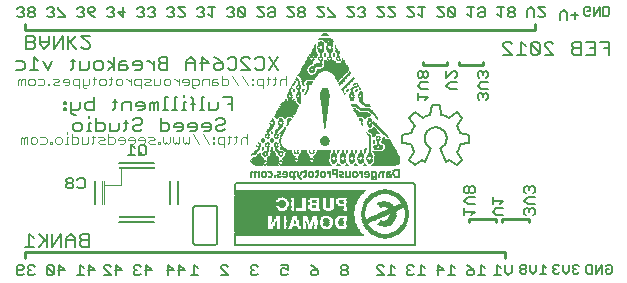
<source format=gbo>
G75*
G70*
%OFA0B0*%
%FSLAX24Y24*%
%IPPOS*%
%LPD*%
%AMOC8*
5,1,8,0,0,1.08239X$1,22.5*
%
%ADD10C,0.0050*%
%ADD11C,0.0100*%
%ADD12C,0.0060*%
%ADD13C,0.0040*%
%ADD14C,0.0025*%
%ADD15C,0.0080*%
%ADD16R,0.6045X0.0015*%
%ADD17R,0.6045X0.0015*%
%ADD18R,0.0045X0.0015*%
%ADD19R,0.0045X0.0015*%
%ADD20R,0.0165X0.0015*%
%ADD21R,0.0345X0.0015*%
%ADD22R,0.0465X0.0015*%
%ADD23R,0.0555X0.0015*%
%ADD24R,0.0630X0.0015*%
%ADD25R,0.0705X0.0015*%
%ADD26R,0.4335X0.0015*%
%ADD27R,0.0765X0.0015*%
%ADD28R,0.4320X0.0015*%
%ADD29R,0.0795X0.0015*%
%ADD30R,0.4305X0.0015*%
%ADD31R,0.0855X0.0015*%
%ADD32R,0.4290X0.0015*%
%ADD33R,0.0915X0.0015*%
%ADD34R,0.4275X0.0015*%
%ADD35R,0.0360X0.0015*%
%ADD36R,0.4260X0.0015*%
%ADD37R,0.0315X0.0015*%
%ADD38R,0.4245X0.0015*%
%ADD39R,0.0300X0.0015*%
%ADD40R,0.4230X0.0015*%
%ADD41R,0.0270X0.0015*%
%ADD42R,0.0255X0.0015*%
%ADD43R,0.4215X0.0015*%
%ADD44R,0.0240X0.0015*%
%ADD45R,0.4200X0.0015*%
%ADD46R,0.0225X0.0015*%
%ADD47R,0.4185X0.0015*%
%ADD48R,0.0210X0.0015*%
%ADD49R,0.4170X0.0015*%
%ADD50R,0.4155X0.0015*%
%ADD51R,0.0195X0.0015*%
%ADD52R,0.0405X0.0015*%
%ADD53R,0.0105X0.0015*%
%ADD54R,0.0060X0.0015*%
%ADD55R,0.0075X0.0015*%
%ADD56R,0.0180X0.0015*%
%ADD57R,0.1155X0.0015*%
%ADD58R,0.0390X0.0015*%
%ADD59R,0.0090X0.0015*%
%ADD60R,0.0150X0.0015*%
%ADD61R,0.0135X0.0015*%
%ADD62R,0.0375X0.0015*%
%ADD63R,0.0120X0.0015*%
%ADD64R,0.0330X0.0015*%
%ADD65R,0.0435X0.0015*%
%ADD66R,0.0030X0.0015*%
%ADD67R,0.0480X0.0015*%
%ADD68R,0.0495X0.0015*%
%ADD69R,0.0015X0.0015*%
%ADD70R,0.0285X0.0015*%
%ADD71R,0.0450X0.0015*%
%ADD72R,0.0525X0.0015*%
%ADD73R,0.0885X0.0015*%
%ADD74R,0.3015X0.0015*%
%ADD75R,0.4020X0.0015*%
%ADD76R,0.0600X0.0015*%
%ADD77R,0.0570X0.0015*%
%ADD78R,0.0825X0.0015*%
%ADD79R,0.1440X0.0015*%
%ADD80R,0.1545X0.0015*%
%ADD81R,0.1500X0.0015*%
%ADD82R,0.1485X0.0015*%
%ADD83R,0.1455X0.0015*%
%ADD84R,0.1425X0.0015*%
%ADD85R,0.0510X0.0015*%
%ADD86R,0.0720X0.0015*%
%ADD87R,0.1410X0.0015*%
%ADD88R,0.0750X0.0015*%
%ADD89R,0.0945X0.0015*%
%ADD90R,0.0420X0.0015*%
%ADD91R,0.1395X0.0015*%
%ADD92R,0.1710X0.0015*%
%ADD93R,0.1695X0.0015*%
%ADD94R,0.1515X0.0015*%
%ADD95R,0.2565X0.0015*%
%ADD96R,0.1575X0.0015*%
%ADD97R,0.4350X0.0015*%
%ADD98R,0.4365X0.0015*%
%ADD99R,0.4395X0.0015*%
%ADD100R,0.0060X0.0015*%
%ADD101R,0.5985X0.0015*%
%ADD102R,0.5955X0.0015*%
%ADD103R,0.5910X0.0015*%
%ADD104R,0.0150X0.0010*%
%ADD105R,0.0070X0.0010*%
%ADD106R,0.0160X0.0010*%
%ADD107R,0.0080X0.0010*%
%ADD108R,0.0170X0.0010*%
%ADD109R,0.0090X0.0010*%
%ADD110R,0.0040X0.0010*%
%ADD111R,0.0100X0.0010*%
%ADD112R,0.0010X0.0010*%
%ADD113R,0.0060X0.0010*%
%ADD114R,0.0130X0.0010*%
%ADD115R,0.0050X0.0010*%
%ADD116R,0.0110X0.0010*%
%ADD117R,0.0140X0.0010*%
%ADD118R,0.0120X0.0010*%
%ADD119R,0.0190X0.0010*%
%ADD120R,0.0180X0.0010*%
%ADD121R,0.0210X0.0010*%
%ADD122R,0.0220X0.0010*%
%ADD123R,0.0200X0.0010*%
%ADD124R,0.0030X0.0010*%
%ADD125R,0.0020X0.0010*%
%ADD126R,0.0310X0.0010*%
%ADD127R,0.0780X0.0010*%
%ADD128R,0.1640X0.0010*%
%ADD129R,0.0380X0.0010*%
%ADD130R,0.0260X0.0010*%
%ADD131R,0.0800X0.0010*%
%ADD132R,0.1610X0.0010*%
%ADD133R,0.0360X0.0010*%
%ADD134R,0.0290X0.0010*%
%ADD135R,0.0820X0.0010*%
%ADD136R,0.1590X0.0010*%
%ADD137R,0.0340X0.0010*%
%ADD138R,0.0840X0.0010*%
%ADD139R,0.1570X0.0010*%
%ADD140R,0.0330X0.0010*%
%ADD141R,0.0320X0.0010*%
%ADD142R,0.1550X0.0010*%
%ADD143R,0.0300X0.0010*%
%ADD144R,0.0850X0.0010*%
%ADD145R,0.1080X0.0010*%
%ADD146R,0.0520X0.0010*%
%ADD147R,0.0450X0.0010*%
%ADD148R,0.0420X0.0010*%
%ADD149R,0.0540X0.0010*%
%ADD150R,0.0410X0.0010*%
%ADD151R,0.0430X0.0010*%
%ADD152R,0.0860X0.0010*%
%ADD153R,0.0530X0.0010*%
%ADD154R,0.0390X0.0010*%
%ADD155R,0.0510X0.0010*%
%ADD156R,0.0400X0.0010*%
%ADD157R,0.0500X0.0010*%
%ADD158R,0.0480X0.0010*%
%ADD159R,0.0370X0.0010*%
%ADD160R,0.0440X0.0010*%
%ADD161R,0.0870X0.0010*%
%ADD162R,0.0350X0.0010*%
%ADD163R,0.0490X0.0010*%
%ADD164R,0.0230X0.0010*%
%ADD165R,0.0270X0.0010*%
%ADD166R,0.0240X0.0010*%
%ADD167R,0.0830X0.0010*%
%ADD168R,0.0280X0.0010*%
%ADD169R,0.0810X0.0010*%
%ADD170R,0.0470X0.0010*%
%ADD171R,0.0250X0.0010*%
%ADD172R,0.0460X0.0010*%
%ADD173R,0.0640X0.0010*%
%ADD174R,0.0630X0.0010*%
%ADD175R,0.0620X0.0010*%
%ADD176R,0.0610X0.0010*%
%ADD177R,0.0590X0.0010*%
%ADD178R,0.0580X0.0010*%
%ADD179R,0.0560X0.0010*%
%ADD180R,0.0550X0.0010*%
%ADD181R,0.0570X0.0010*%
%ADD182R,0.0650X0.0010*%
%ADD183R,0.0680X0.0010*%
%ADD184R,0.0720X0.0010*%
%ADD185R,0.1060X0.0010*%
%ADD186R,0.1070X0.0010*%
%ADD187R,0.1050X0.0010*%
%ADD188R,0.0920X0.0010*%
%ADD189R,0.0890X0.0010*%
%ADD190R,0.0770X0.0010*%
%ADD191R,0.0760X0.0010*%
%ADD192R,0.0750X0.0010*%
%ADD193R,0.0740X0.0010*%
%ADD194R,0.0730X0.0010*%
D10*
X003381Y001745D02*
X003381Y001978D01*
X003439Y002037D01*
X003556Y002037D01*
X003614Y001978D01*
X003614Y001920D01*
X003556Y001861D01*
X003381Y001861D01*
X003381Y001745D02*
X003439Y001686D01*
X003556Y001686D01*
X003614Y001745D01*
X003749Y001745D02*
X003807Y001686D01*
X003924Y001686D01*
X003982Y001745D01*
X003866Y001861D02*
X003807Y001861D01*
X003749Y001803D01*
X003749Y001745D01*
X003807Y001861D02*
X003749Y001920D01*
X003749Y001978D01*
X003807Y002037D01*
X003924Y002037D01*
X003982Y001978D01*
X004381Y001978D02*
X004381Y001745D01*
X004439Y001686D01*
X004556Y001686D01*
X004614Y001745D01*
X004381Y001978D01*
X004439Y002037D01*
X004556Y002037D01*
X004614Y001978D01*
X004614Y001745D01*
X004749Y001861D02*
X004982Y001861D01*
X004807Y002037D01*
X004807Y001686D01*
X005381Y001686D02*
X005614Y001686D01*
X005497Y001686D02*
X005497Y002037D01*
X005614Y001920D01*
X005749Y001861D02*
X005982Y001861D01*
X005807Y002037D01*
X005807Y001686D01*
X006281Y001686D02*
X006514Y001686D01*
X006281Y001920D01*
X006281Y001978D01*
X006339Y002037D01*
X006456Y002037D01*
X006514Y001978D01*
X006649Y001861D02*
X006882Y001861D01*
X006707Y002037D01*
X006707Y001686D01*
X007281Y001745D02*
X007339Y001686D01*
X007456Y001686D01*
X007514Y001745D01*
X007397Y001861D02*
X007339Y001861D01*
X007281Y001803D01*
X007281Y001745D01*
X007339Y001861D02*
X007281Y001920D01*
X007281Y001978D01*
X007339Y002037D01*
X007456Y002037D01*
X007514Y001978D01*
X007649Y001861D02*
X007882Y001861D01*
X007707Y002037D01*
X007707Y001686D01*
X008381Y001861D02*
X008614Y001861D01*
X008439Y002037D01*
X008439Y001686D01*
X008749Y001861D02*
X008982Y001861D01*
X008807Y002037D01*
X008807Y001686D01*
X009181Y001686D02*
X009414Y001686D01*
X009297Y001686D02*
X009297Y002037D01*
X009414Y001920D01*
X010181Y001920D02*
X010181Y001978D01*
X010239Y002037D01*
X010356Y002037D01*
X010414Y001978D01*
X010181Y001920D02*
X010414Y001686D01*
X010181Y001686D01*
X011181Y001745D02*
X011239Y001686D01*
X011356Y001686D01*
X011414Y001745D01*
X011297Y001861D02*
X011239Y001861D01*
X011181Y001803D01*
X011181Y001745D01*
X011239Y001861D02*
X011181Y001920D01*
X011181Y001978D01*
X011239Y002037D01*
X011356Y002037D01*
X011414Y001978D01*
X012181Y002037D02*
X012414Y002037D01*
X012414Y001861D01*
X012297Y001920D01*
X012239Y001920D01*
X012181Y001861D01*
X012181Y001745D01*
X012239Y001686D01*
X012356Y001686D01*
X012414Y001745D01*
X013181Y001745D02*
X013181Y001803D01*
X013239Y001861D01*
X013414Y001861D01*
X013414Y001745D01*
X013356Y001686D01*
X013239Y001686D01*
X013181Y001745D01*
X013297Y001978D02*
X013414Y001861D01*
X013297Y001978D02*
X013181Y002037D01*
X014181Y001978D02*
X014181Y001920D01*
X014239Y001861D01*
X014356Y001861D01*
X014414Y001920D01*
X014414Y001978D01*
X014356Y002037D01*
X014239Y002037D01*
X014181Y001978D01*
X014239Y001861D02*
X014181Y001803D01*
X014181Y001745D01*
X014239Y001686D01*
X014356Y001686D01*
X014414Y001745D01*
X014414Y001803D01*
X014356Y001861D01*
X015381Y001920D02*
X015381Y001978D01*
X015439Y002037D01*
X015556Y002037D01*
X015614Y001978D01*
X015381Y001920D02*
X015614Y001686D01*
X015381Y001686D01*
X015749Y001686D02*
X015982Y001686D01*
X015866Y001686D02*
X015866Y002037D01*
X015982Y001920D01*
X016381Y001920D02*
X016381Y001978D01*
X016439Y002037D01*
X016556Y002037D01*
X016614Y001978D01*
X016497Y001861D02*
X016439Y001861D01*
X016381Y001803D01*
X016381Y001745D01*
X016439Y001686D01*
X016556Y001686D01*
X016614Y001745D01*
X016749Y001686D02*
X016982Y001686D01*
X016866Y001686D02*
X016866Y002037D01*
X016982Y001920D01*
X017381Y001861D02*
X017614Y001861D01*
X017439Y002037D01*
X017439Y001686D01*
X017749Y001686D02*
X017982Y001686D01*
X017866Y001686D02*
X017866Y002037D01*
X017982Y001920D01*
X018381Y002037D02*
X018497Y001978D01*
X018614Y001861D01*
X018439Y001861D01*
X018381Y001803D01*
X018381Y001745D01*
X018439Y001686D01*
X018556Y001686D01*
X018614Y001745D01*
X018614Y001861D01*
X018749Y001686D02*
X018982Y001686D01*
X018866Y001686D02*
X018866Y002037D01*
X018982Y001920D01*
X019281Y001686D02*
X019514Y001686D01*
X019397Y001686D02*
X019397Y002037D01*
X019514Y001920D01*
X019649Y001803D02*
X019649Y002037D01*
X019882Y002037D02*
X019882Y001803D01*
X019766Y001686D01*
X019649Y001803D01*
X020168Y001786D02*
X020218Y001736D01*
X020318Y001736D01*
X020368Y001786D01*
X020368Y001836D01*
X020318Y001886D01*
X020218Y001886D01*
X020168Y001836D01*
X020168Y001786D01*
X020218Y001886D02*
X020168Y001936D01*
X020168Y001986D01*
X020218Y002036D01*
X020318Y002036D01*
X020368Y001986D01*
X020368Y001936D01*
X020318Y001886D01*
X020490Y001836D02*
X020490Y002036D01*
X020490Y001836D02*
X020590Y001736D01*
X020690Y001836D01*
X020690Y002036D01*
X020913Y002036D02*
X020913Y001736D01*
X021013Y001736D02*
X020813Y001736D01*
X021013Y001936D02*
X020913Y002036D01*
X021268Y001986D02*
X021268Y001936D01*
X021318Y001886D01*
X021268Y001836D01*
X021268Y001786D01*
X021318Y001736D01*
X021418Y001736D01*
X021468Y001786D01*
X021590Y001836D02*
X021590Y002036D01*
X021468Y001986D02*
X021418Y002036D01*
X021318Y002036D01*
X021268Y001986D01*
X021318Y001886D02*
X021368Y001886D01*
X021590Y001836D02*
X021690Y001736D01*
X021790Y001836D01*
X021790Y002036D01*
X021913Y001986D02*
X021913Y001936D01*
X021963Y001886D01*
X021913Y001836D01*
X021913Y001786D01*
X021963Y001736D01*
X022063Y001736D01*
X022113Y001786D01*
X022013Y001886D02*
X021963Y001886D01*
X021913Y001986D02*
X021963Y002036D01*
X022063Y002036D01*
X022113Y001986D01*
X022368Y001986D02*
X022418Y002036D01*
X022568Y002036D01*
X022568Y001736D01*
X022418Y001736D01*
X022368Y001786D01*
X022368Y001986D01*
X022690Y002036D02*
X022690Y001736D01*
X022890Y002036D01*
X022890Y001736D01*
X023013Y001786D02*
X023013Y001886D01*
X023113Y001886D01*
X023213Y001786D02*
X023163Y001736D01*
X023063Y001736D01*
X023013Y001786D01*
X023213Y001786D02*
X023213Y001986D01*
X023163Y002036D01*
X023063Y002036D01*
X023013Y001986D01*
X020646Y003745D02*
X020646Y003861D01*
X020588Y003920D01*
X020529Y003920D01*
X020471Y003861D01*
X020413Y003920D01*
X020354Y003920D01*
X020296Y003861D01*
X020296Y003745D01*
X020354Y003686D01*
X020471Y003803D02*
X020471Y003861D01*
X020413Y004055D02*
X020296Y004171D01*
X020413Y004288D01*
X020646Y004288D01*
X020588Y004423D02*
X020646Y004481D01*
X020646Y004598D01*
X020588Y004656D01*
X020529Y004656D01*
X020471Y004598D01*
X020413Y004656D01*
X020354Y004656D01*
X020296Y004598D01*
X020296Y004481D01*
X020354Y004423D01*
X020471Y004540D02*
X020471Y004598D01*
X019596Y004171D02*
X019246Y004171D01*
X019246Y004055D02*
X019246Y004288D01*
X019479Y004055D02*
X019596Y004171D01*
X019596Y003920D02*
X019363Y003920D01*
X019246Y003803D01*
X019363Y003686D01*
X019596Y003686D01*
X020413Y004055D02*
X020646Y004055D01*
X020646Y003745D02*
X020588Y003686D01*
X018646Y003803D02*
X018296Y003803D01*
X018296Y003686D02*
X018296Y003920D01*
X018413Y004055D02*
X018296Y004171D01*
X018413Y004288D01*
X018646Y004288D01*
X018588Y004423D02*
X018529Y004423D01*
X018471Y004481D01*
X018471Y004598D01*
X018413Y004656D01*
X018354Y004656D01*
X018296Y004598D01*
X018296Y004481D01*
X018354Y004423D01*
X018413Y004423D01*
X018471Y004481D01*
X018471Y004598D02*
X018529Y004656D01*
X018588Y004656D01*
X018646Y004598D01*
X018646Y004481D01*
X018588Y004423D01*
X018646Y004055D02*
X018413Y004055D01*
X018646Y003803D02*
X018529Y003686D01*
X016439Y001861D02*
X016381Y001920D01*
X008749Y004083D02*
X008749Y004839D01*
X007961Y005446D02*
X006780Y005446D01*
X007081Y005686D02*
X007314Y005686D01*
X007197Y005686D02*
X007197Y006037D01*
X007314Y005920D01*
X007449Y005978D02*
X007449Y005745D01*
X007507Y005686D01*
X007624Y005686D01*
X007682Y005745D01*
X007682Y005978D01*
X007624Y006037D01*
X007507Y006037D01*
X007449Y005978D01*
X007566Y005803D02*
X007449Y005686D01*
X005993Y004839D02*
X005993Y004083D01*
X005588Y004586D02*
X005471Y004586D01*
X005412Y004645D01*
X005278Y004645D02*
X005278Y004703D01*
X005219Y004761D01*
X005102Y004761D01*
X005044Y004703D01*
X005044Y004645D01*
X005102Y004586D01*
X005219Y004586D01*
X005278Y004645D01*
X005219Y004761D02*
X005278Y004820D01*
X005278Y004878D01*
X005219Y004937D01*
X005102Y004937D01*
X005044Y004878D01*
X005044Y004820D01*
X005102Y004761D01*
X005412Y004878D02*
X005471Y004937D01*
X005588Y004937D01*
X005646Y004878D01*
X005646Y004645D01*
X005588Y004586D01*
X006780Y003477D02*
X007961Y003477D01*
X016746Y007531D02*
X016746Y007765D01*
X016746Y007648D02*
X017096Y007648D01*
X016979Y007531D01*
X016863Y007900D02*
X016746Y008016D01*
X016863Y008133D01*
X017096Y008133D01*
X017038Y008268D02*
X016979Y008268D01*
X016921Y008326D01*
X016921Y008443D01*
X016863Y008501D01*
X016804Y008501D01*
X016746Y008443D01*
X016746Y008326D01*
X016804Y008268D01*
X016863Y008268D01*
X016921Y008326D01*
X016921Y008443D02*
X016979Y008501D01*
X017038Y008501D01*
X017096Y008443D01*
X017096Y008326D01*
X017038Y008268D01*
X017096Y007900D02*
X016863Y007900D01*
X017696Y008016D02*
X017813Y007900D01*
X018046Y007900D01*
X017813Y008133D02*
X017696Y008016D01*
X017813Y008133D02*
X018046Y008133D01*
X017988Y008268D02*
X018046Y008326D01*
X018046Y008443D01*
X017988Y008501D01*
X017929Y008501D01*
X017696Y008268D01*
X017696Y008501D01*
X018746Y008443D02*
X018746Y008326D01*
X018804Y008268D01*
X018863Y008133D02*
X019096Y008133D01*
X019038Y008268D02*
X019096Y008326D01*
X019096Y008443D01*
X019038Y008501D01*
X018979Y008501D01*
X018921Y008443D01*
X018863Y008501D01*
X018804Y008501D01*
X018746Y008443D01*
X018921Y008443D02*
X018921Y008385D01*
X018863Y008133D02*
X018746Y008016D01*
X018863Y007900D01*
X019096Y007900D01*
X019038Y007765D02*
X018979Y007765D01*
X018921Y007706D01*
X018863Y007765D01*
X018804Y007765D01*
X018746Y007706D01*
X018746Y007590D01*
X018804Y007531D01*
X018921Y007648D02*
X018921Y007706D01*
X019038Y007765D02*
X019096Y007706D01*
X019096Y007590D01*
X019038Y007531D01*
X021496Y010186D02*
X021496Y010420D01*
X021613Y010536D01*
X021729Y010420D01*
X021729Y010186D01*
X021981Y010244D02*
X021981Y010478D01*
X021864Y010361D02*
X022098Y010361D01*
X022296Y010386D02*
X022346Y010336D01*
X022446Y010336D01*
X022496Y010386D01*
X022496Y010486D02*
X022396Y010486D01*
X022496Y010486D02*
X022496Y010586D01*
X022446Y010636D01*
X022346Y010636D01*
X022296Y010586D01*
X022296Y010386D01*
X022618Y010336D02*
X022818Y010636D01*
X022818Y010336D01*
X022940Y010336D02*
X023090Y010336D01*
X023141Y010386D01*
X023141Y010586D01*
X023090Y010636D01*
X022940Y010636D01*
X022940Y010336D01*
X022618Y010336D02*
X022618Y010636D01*
X020998Y010636D02*
X020764Y010636D01*
X020998Y010403D01*
X020998Y010344D01*
X020939Y010286D01*
X020823Y010286D01*
X020764Y010344D01*
X020629Y010286D02*
X020629Y010520D01*
X020513Y010636D01*
X020396Y010520D01*
X020396Y010286D01*
X019998Y010344D02*
X019998Y010403D01*
X019939Y010461D01*
X019823Y010461D01*
X019764Y010403D01*
X019764Y010344D01*
X019823Y010286D01*
X019939Y010286D01*
X019998Y010344D01*
X019939Y010461D02*
X019998Y010520D01*
X019998Y010578D01*
X019939Y010636D01*
X019823Y010636D01*
X019764Y010578D01*
X019764Y010520D01*
X019823Y010461D01*
X019629Y010636D02*
X019396Y010636D01*
X019513Y010636D02*
X019513Y010286D01*
X019396Y010403D01*
X018998Y010461D02*
X018823Y010461D01*
X018764Y010403D01*
X018764Y010344D01*
X018823Y010286D01*
X018939Y010286D01*
X018998Y010344D01*
X018998Y010578D01*
X018939Y010636D01*
X018823Y010636D01*
X018764Y010578D01*
X018629Y010636D02*
X018396Y010636D01*
X018513Y010636D02*
X018513Y010286D01*
X018396Y010403D01*
X017998Y010344D02*
X017764Y010578D01*
X017823Y010636D01*
X017939Y010636D01*
X017998Y010578D01*
X017998Y010344D01*
X017939Y010286D01*
X017823Y010286D01*
X017764Y010344D01*
X017764Y010578D01*
X017629Y010636D02*
X017396Y010636D01*
X017629Y010403D01*
X017629Y010344D01*
X017571Y010286D01*
X017454Y010286D01*
X017396Y010344D01*
X016998Y010636D02*
X016764Y010636D01*
X016881Y010636D02*
X016881Y010286D01*
X016764Y010403D01*
X016629Y010403D02*
X016629Y010344D01*
X016571Y010286D01*
X016454Y010286D01*
X016396Y010344D01*
X016629Y010403D02*
X016396Y010636D01*
X016629Y010636D01*
X015998Y010636D02*
X015764Y010636D01*
X015998Y010403D01*
X015998Y010344D01*
X015939Y010286D01*
X015823Y010286D01*
X015764Y010344D01*
X015629Y010344D02*
X015629Y010403D01*
X015396Y010636D01*
X015629Y010636D01*
X015629Y010344D02*
X015571Y010286D01*
X015454Y010286D01*
X015396Y010344D01*
X014998Y010344D02*
X014998Y010403D01*
X014939Y010461D01*
X014998Y010520D01*
X014998Y010578D01*
X014939Y010636D01*
X014823Y010636D01*
X014764Y010578D01*
X014629Y010636D02*
X014396Y010636D01*
X014629Y010403D01*
X014629Y010344D01*
X014571Y010286D01*
X014454Y010286D01*
X014396Y010344D01*
X014764Y010344D02*
X014823Y010286D01*
X014939Y010286D01*
X014998Y010344D01*
X014939Y010461D02*
X014881Y010461D01*
X013998Y010344D02*
X013764Y010578D01*
X013764Y010636D01*
X013629Y010636D02*
X013396Y010636D01*
X013629Y010403D01*
X013629Y010344D01*
X013571Y010286D01*
X013454Y010286D01*
X013396Y010344D01*
X013764Y010286D02*
X013998Y010286D01*
X013998Y010344D01*
X012998Y010344D02*
X012998Y010403D01*
X012939Y010461D01*
X012823Y010461D01*
X012764Y010403D01*
X012764Y010344D01*
X012823Y010286D01*
X012939Y010286D01*
X012998Y010344D01*
X012939Y010461D02*
X012998Y010520D01*
X012998Y010578D01*
X012939Y010636D01*
X012823Y010636D01*
X012764Y010578D01*
X012764Y010520D01*
X012823Y010461D01*
X012629Y010403D02*
X012629Y010344D01*
X012571Y010286D01*
X012454Y010286D01*
X012396Y010344D01*
X012629Y010403D02*
X012396Y010636D01*
X012629Y010636D01*
X011998Y010578D02*
X011998Y010344D01*
X011939Y010286D01*
X011823Y010286D01*
X011764Y010344D01*
X011764Y010403D01*
X011823Y010461D01*
X011998Y010461D01*
X011998Y010578D02*
X011939Y010636D01*
X011823Y010636D01*
X011764Y010578D01*
X011629Y010636D02*
X011396Y010636D01*
X011629Y010403D01*
X011629Y010344D01*
X011571Y010286D01*
X011454Y010286D01*
X011396Y010344D01*
X010998Y010344D02*
X010764Y010578D01*
X010823Y010636D01*
X010939Y010636D01*
X010998Y010578D01*
X010998Y010344D01*
X010939Y010286D01*
X010823Y010286D01*
X010764Y010344D01*
X010764Y010578D01*
X010629Y010578D02*
X010571Y010636D01*
X010454Y010636D01*
X010396Y010578D01*
X010513Y010461D02*
X010571Y010461D01*
X010629Y010520D01*
X010629Y010578D01*
X010571Y010461D02*
X010629Y010403D01*
X010629Y010344D01*
X010571Y010286D01*
X010454Y010286D01*
X010396Y010344D01*
X009998Y010636D02*
X009764Y010636D01*
X009881Y010636D02*
X009881Y010286D01*
X009764Y010403D01*
X009629Y010403D02*
X009571Y010461D01*
X009629Y010520D01*
X009629Y010578D01*
X009571Y010636D01*
X009454Y010636D01*
X009396Y010578D01*
X009513Y010461D02*
X009571Y010461D01*
X009629Y010403D02*
X009629Y010344D01*
X009571Y010286D01*
X009454Y010286D01*
X009396Y010344D01*
X008998Y010344D02*
X008939Y010286D01*
X008823Y010286D01*
X008764Y010344D01*
X008629Y010344D02*
X008629Y010403D01*
X008571Y010461D01*
X008629Y010520D01*
X008629Y010578D01*
X008571Y010636D01*
X008454Y010636D01*
X008396Y010578D01*
X008513Y010461D02*
X008571Y010461D01*
X008629Y010344D02*
X008571Y010286D01*
X008454Y010286D01*
X008396Y010344D01*
X007998Y010344D02*
X007998Y010403D01*
X007939Y010461D01*
X007998Y010520D01*
X007998Y010578D01*
X007939Y010636D01*
X007823Y010636D01*
X007764Y010578D01*
X007629Y010578D02*
X007571Y010636D01*
X007454Y010636D01*
X007396Y010578D01*
X007513Y010461D02*
X007571Y010461D01*
X007629Y010520D01*
X007629Y010578D01*
X007571Y010461D02*
X007629Y010403D01*
X007629Y010344D01*
X007571Y010286D01*
X007454Y010286D01*
X007396Y010344D01*
X007764Y010344D02*
X007823Y010286D01*
X007939Y010286D01*
X007998Y010344D01*
X007939Y010461D02*
X007881Y010461D01*
X008764Y010636D02*
X008998Y010403D01*
X008998Y010344D01*
X008998Y010636D02*
X008764Y010636D01*
X006998Y010461D02*
X006764Y010461D01*
X006939Y010286D01*
X006939Y010636D01*
X006629Y010578D02*
X006571Y010636D01*
X006454Y010636D01*
X006396Y010578D01*
X006513Y010461D02*
X006571Y010461D01*
X006629Y010520D01*
X006629Y010578D01*
X006571Y010461D02*
X006629Y010403D01*
X006629Y010344D01*
X006571Y010286D01*
X006454Y010286D01*
X006396Y010344D01*
X005998Y010286D02*
X005881Y010344D01*
X005764Y010461D01*
X005939Y010461D01*
X005998Y010520D01*
X005998Y010578D01*
X005939Y010636D01*
X005823Y010636D01*
X005764Y010578D01*
X005764Y010461D01*
X005629Y010403D02*
X005629Y010344D01*
X005571Y010286D01*
X005454Y010286D01*
X005396Y010344D01*
X005513Y010461D02*
X005571Y010461D01*
X005629Y010520D01*
X005629Y010578D01*
X005571Y010636D01*
X005454Y010636D01*
X005396Y010578D01*
X005571Y010461D02*
X005629Y010403D01*
X004998Y010344D02*
X004764Y010578D01*
X004764Y010636D01*
X004629Y010578D02*
X004571Y010636D01*
X004454Y010636D01*
X004396Y010578D01*
X004513Y010461D02*
X004571Y010461D01*
X004629Y010520D01*
X004629Y010578D01*
X004571Y010461D02*
X004629Y010403D01*
X004629Y010344D01*
X004571Y010286D01*
X004454Y010286D01*
X004396Y010344D01*
X004764Y010286D02*
X004998Y010286D01*
X004998Y010344D01*
X003998Y010344D02*
X003998Y010403D01*
X003939Y010461D01*
X003823Y010461D01*
X003764Y010403D01*
X003764Y010344D01*
X003823Y010286D01*
X003939Y010286D01*
X003998Y010344D01*
X003939Y010461D02*
X003998Y010520D01*
X003998Y010578D01*
X003939Y010636D01*
X003823Y010636D01*
X003764Y010578D01*
X003764Y010520D01*
X003823Y010461D01*
X003629Y010403D02*
X003629Y010344D01*
X003571Y010286D01*
X003454Y010286D01*
X003396Y010344D01*
X003513Y010461D02*
X003571Y010461D01*
X003629Y010520D01*
X003629Y010578D01*
X003571Y010636D01*
X003454Y010636D01*
X003396Y010578D01*
X003571Y010461D02*
X003629Y010403D01*
D11*
X003671Y010061D02*
X003671Y009861D01*
X020671Y009861D01*
X020671Y010061D01*
X018921Y008811D02*
X018921Y008711D01*
X018121Y008711D01*
X018121Y008811D01*
X017721Y008811D02*
X017721Y008711D01*
X016921Y008711D01*
X016921Y008811D01*
X018471Y003561D02*
X019371Y003561D01*
X019371Y003461D01*
X019571Y003461D02*
X019571Y003561D01*
X020471Y003561D01*
X020471Y003461D01*
X019671Y002461D02*
X019671Y002261D01*
X019671Y002461D02*
X003671Y002461D01*
X003671Y002261D01*
X018471Y003461D02*
X018471Y003561D01*
D12*
X010566Y007191D02*
X010566Y007632D01*
X010272Y007632D01*
X010106Y007485D02*
X010106Y007265D01*
X010032Y007191D01*
X009812Y007191D01*
X009812Y007485D01*
X009645Y007632D02*
X009572Y007632D01*
X009572Y007191D01*
X009645Y007191D02*
X009498Y007191D01*
X009265Y007191D02*
X009265Y007558D01*
X009191Y007632D01*
X009031Y007485D02*
X008958Y007485D01*
X008958Y007191D01*
X009031Y007191D02*
X008885Y007191D01*
X008724Y007191D02*
X008578Y007191D01*
X008651Y007191D02*
X008651Y007632D01*
X008724Y007632D01*
X008958Y007632D02*
X008958Y007705D01*
X008418Y007632D02*
X008344Y007632D01*
X008344Y007191D01*
X008271Y007191D02*
X008418Y007191D01*
X008111Y007191D02*
X008111Y007485D01*
X008037Y007485D01*
X007964Y007411D01*
X007891Y007485D01*
X007817Y007411D01*
X007817Y007191D01*
X007964Y007191D02*
X007964Y007411D01*
X007650Y007411D02*
X007650Y007265D01*
X007577Y007191D01*
X007430Y007191D01*
X007357Y007338D02*
X007650Y007338D01*
X007650Y007411D02*
X007577Y007485D01*
X007430Y007485D01*
X007357Y007411D01*
X007357Y007338D01*
X007190Y007191D02*
X007190Y007485D01*
X006970Y007485D01*
X006896Y007411D01*
X006896Y007191D01*
X006656Y007265D02*
X006583Y007191D01*
X006656Y007265D02*
X006656Y007558D01*
X006730Y007485D02*
X006583Y007485D01*
X005962Y007485D02*
X005742Y007485D01*
X005669Y007411D01*
X005669Y007265D01*
X005742Y007191D01*
X005962Y007191D01*
X005962Y007632D01*
X005502Y007485D02*
X005502Y007265D01*
X005429Y007191D01*
X005208Y007191D01*
X005208Y007118D02*
X005282Y007044D01*
X005355Y007044D01*
X005208Y007118D02*
X005208Y007485D01*
X005042Y007485D02*
X005042Y007411D01*
X004968Y007411D01*
X004968Y007485D01*
X005042Y007485D01*
X005042Y007265D02*
X004968Y007265D01*
X004968Y007191D01*
X005042Y007191D01*
X005042Y007265D01*
X005339Y006785D02*
X005486Y006785D01*
X005559Y006711D01*
X005559Y006565D01*
X005486Y006491D01*
X005339Y006491D01*
X005265Y006565D01*
X005265Y006711D01*
X005339Y006785D01*
X005792Y006785D02*
X005792Y006491D01*
X005719Y006491D02*
X005866Y006491D01*
X006033Y006491D02*
X006253Y006491D01*
X006326Y006565D01*
X006326Y006711D01*
X006253Y006785D01*
X006033Y006785D01*
X006033Y006932D02*
X006033Y006491D01*
X005866Y006785D02*
X005792Y006785D01*
X005792Y006932D02*
X005792Y007005D01*
X006493Y006785D02*
X006493Y006491D01*
X006713Y006491D01*
X006786Y006565D01*
X006786Y006785D01*
X006947Y006785D02*
X007093Y006785D01*
X007020Y006858D02*
X007020Y006565D01*
X006947Y006491D01*
X007260Y006565D02*
X007260Y006638D01*
X007334Y006711D01*
X007480Y006711D01*
X007554Y006785D01*
X007554Y006858D01*
X007480Y006932D01*
X007334Y006932D01*
X007260Y006858D01*
X007260Y006565D02*
X007334Y006491D01*
X007480Y006491D01*
X007554Y006565D01*
X008181Y006491D02*
X008181Y006932D01*
X008181Y006785D02*
X008401Y006785D01*
X008474Y006711D01*
X008474Y006565D01*
X008401Y006491D01*
X008181Y006491D01*
X008641Y006638D02*
X008935Y006638D01*
X008935Y006565D02*
X008935Y006711D01*
X008861Y006785D01*
X008715Y006785D01*
X008641Y006711D01*
X008641Y006638D01*
X008715Y006491D02*
X008861Y006491D01*
X008935Y006565D01*
X009102Y006638D02*
X009395Y006638D01*
X009395Y006565D02*
X009395Y006711D01*
X009322Y006785D01*
X009175Y006785D01*
X009102Y006711D01*
X009102Y006638D01*
X009175Y006491D02*
X009322Y006491D01*
X009395Y006565D01*
X009562Y006638D02*
X009856Y006638D01*
X009856Y006565D02*
X009856Y006711D01*
X009782Y006785D01*
X009635Y006785D01*
X009562Y006711D01*
X009562Y006638D01*
X009635Y006491D02*
X009782Y006491D01*
X009856Y006565D01*
X010022Y006565D02*
X010022Y006638D01*
X010096Y006711D01*
X010242Y006711D01*
X010316Y006785D01*
X010316Y006858D01*
X010242Y006932D01*
X010096Y006932D01*
X010022Y006858D01*
X010022Y006565D02*
X010096Y006491D01*
X010242Y006491D01*
X010316Y006565D01*
X010419Y007411D02*
X010566Y007411D01*
X009338Y007411D02*
X009191Y007411D01*
X009329Y008541D02*
X009329Y008835D01*
X009182Y008982D01*
X009035Y008835D01*
X009035Y008541D01*
X009035Y008761D02*
X009329Y008761D01*
X009496Y008761D02*
X009789Y008761D01*
X009569Y008982D01*
X009569Y008541D01*
X009956Y008615D02*
X009956Y008688D01*
X010029Y008761D01*
X010249Y008761D01*
X010249Y008615D01*
X010176Y008541D01*
X010029Y008541D01*
X009956Y008615D01*
X010103Y008908D02*
X010249Y008761D01*
X010103Y008908D02*
X009956Y008982D01*
X010416Y008908D02*
X010490Y008982D01*
X010636Y008982D01*
X010710Y008908D01*
X010710Y008615D01*
X010636Y008541D01*
X010490Y008541D01*
X010416Y008615D01*
X010877Y008541D02*
X011170Y008541D01*
X010877Y008835D01*
X010877Y008908D01*
X010950Y008982D01*
X011097Y008982D01*
X011170Y008908D01*
X011337Y008908D02*
X011410Y008982D01*
X011557Y008982D01*
X011631Y008908D01*
X011631Y008615D01*
X011557Y008541D01*
X011410Y008541D01*
X011337Y008615D01*
X011797Y008541D02*
X012091Y008982D01*
X011797Y008982D02*
X012091Y008541D01*
X008408Y008541D02*
X008188Y008541D01*
X008114Y008615D01*
X008114Y008688D01*
X008188Y008761D01*
X008408Y008761D01*
X008408Y008541D02*
X008408Y008982D01*
X008188Y008982D01*
X008114Y008908D01*
X008114Y008835D01*
X008188Y008761D01*
X007948Y008688D02*
X007801Y008835D01*
X007728Y008835D01*
X007564Y008761D02*
X007491Y008835D01*
X007344Y008835D01*
X007270Y008761D01*
X007270Y008688D01*
X007564Y008688D01*
X007564Y008615D02*
X007564Y008761D01*
X007564Y008615D02*
X007491Y008541D01*
X007344Y008541D01*
X007104Y008615D02*
X007030Y008688D01*
X006810Y008688D01*
X006810Y008761D02*
X006810Y008541D01*
X007030Y008541D01*
X007104Y008615D01*
X006884Y008835D02*
X006810Y008761D01*
X006884Y008835D02*
X007030Y008835D01*
X006643Y008982D02*
X006643Y008541D01*
X006643Y008688D02*
X006423Y008835D01*
X006260Y008761D02*
X006260Y008615D01*
X006186Y008541D01*
X006040Y008541D01*
X005966Y008615D01*
X005966Y008761D01*
X006040Y008835D01*
X006186Y008835D01*
X006260Y008761D01*
X006423Y008541D02*
X006643Y008688D01*
X005799Y008615D02*
X005726Y008541D01*
X005506Y008541D01*
X005506Y008835D01*
X005339Y008835D02*
X005192Y008835D01*
X005266Y008908D02*
X005266Y008615D01*
X005192Y008541D01*
X004572Y008835D02*
X004425Y008541D01*
X004278Y008835D01*
X004111Y008835D02*
X003965Y008982D01*
X003965Y008541D01*
X004111Y008541D02*
X003818Y008541D01*
X003651Y008615D02*
X003651Y008761D01*
X003578Y008835D01*
X003357Y008835D01*
X003357Y008541D02*
X003578Y008541D01*
X003651Y008615D01*
X003701Y009241D02*
X003921Y009241D01*
X003994Y009314D01*
X003994Y009388D01*
X003921Y009461D01*
X003701Y009461D01*
X003921Y009461D02*
X003994Y009534D01*
X003994Y009608D01*
X003921Y009681D01*
X003701Y009681D01*
X003701Y009241D01*
X004161Y009388D02*
X004308Y009241D01*
X004455Y009388D01*
X004455Y009681D01*
X004622Y009681D02*
X004622Y009241D01*
X004915Y009681D01*
X004915Y009241D01*
X005082Y009241D02*
X005082Y009681D01*
X005082Y009534D02*
X005376Y009241D01*
X005542Y009314D02*
X005616Y009241D01*
X005762Y009241D01*
X005836Y009314D01*
X005836Y009388D01*
X005542Y009681D01*
X005836Y009681D01*
X005376Y009681D02*
X005155Y009461D01*
X004455Y009461D02*
X004161Y009461D01*
X004161Y009388D02*
X004161Y009681D01*
X005799Y008835D02*
X005799Y008615D01*
X007948Y008541D02*
X007948Y008835D01*
X009371Y004011D02*
X009971Y004011D01*
X009988Y004009D01*
X010005Y004005D01*
X010021Y003998D01*
X010035Y003988D01*
X010048Y003975D01*
X010058Y003961D01*
X010065Y003945D01*
X010069Y003928D01*
X010071Y003911D01*
X010071Y002811D01*
X010069Y002794D01*
X010065Y002777D01*
X010058Y002761D01*
X010048Y002747D01*
X010035Y002734D01*
X010021Y002724D01*
X010005Y002717D01*
X009988Y002713D01*
X009971Y002711D01*
X009371Y002711D01*
X009354Y002713D01*
X009337Y002717D01*
X009321Y002724D01*
X009307Y002734D01*
X009294Y002747D01*
X009284Y002761D01*
X009277Y002777D01*
X009273Y002794D01*
X009271Y002811D01*
X009271Y003911D01*
X009273Y003928D01*
X009277Y003945D01*
X009284Y003961D01*
X009294Y003975D01*
X009307Y003988D01*
X009321Y003998D01*
X009337Y004005D01*
X009354Y004009D01*
X009371Y004011D01*
X005791Y003082D02*
X005791Y002641D01*
X005571Y002641D01*
X005497Y002715D01*
X005497Y002788D01*
X005571Y002861D01*
X005791Y002861D01*
X005571Y002861D02*
X005497Y002935D01*
X005497Y003008D01*
X005571Y003082D01*
X005791Y003082D01*
X005331Y002935D02*
X005184Y003082D01*
X005037Y002935D01*
X005037Y002641D01*
X004870Y002641D02*
X004870Y003082D01*
X004577Y002641D01*
X004577Y003082D01*
X004410Y003082D02*
X004410Y002641D01*
X004410Y002788D02*
X004116Y003082D01*
X003949Y002935D02*
X003803Y003082D01*
X003803Y002641D01*
X003949Y002641D02*
X003656Y002641D01*
X004116Y002641D02*
X004336Y002861D01*
X005037Y002861D02*
X005331Y002861D01*
X005331Y002935D02*
X005331Y002641D01*
X019600Y009041D02*
X019893Y009041D01*
X019600Y009335D01*
X019600Y009408D01*
X019673Y009482D01*
X019820Y009482D01*
X019893Y009408D01*
X020207Y009482D02*
X020207Y009041D01*
X020354Y009041D02*
X020060Y009041D01*
X020354Y009335D02*
X020207Y009482D01*
X020521Y009408D02*
X020521Y009115D01*
X020594Y009041D01*
X020741Y009041D01*
X020814Y009115D01*
X020521Y009408D01*
X020594Y009482D01*
X020741Y009482D01*
X020814Y009408D01*
X020814Y009115D01*
X020981Y009041D02*
X021274Y009041D01*
X020981Y009335D01*
X020981Y009408D01*
X021054Y009482D01*
X021201Y009482D01*
X021274Y009408D01*
X021902Y009408D02*
X021902Y009335D01*
X021975Y009261D01*
X022195Y009261D01*
X022195Y009041D02*
X022195Y009482D01*
X021975Y009482D01*
X021902Y009408D01*
X021975Y009261D02*
X021902Y009188D01*
X021902Y009115D01*
X021975Y009041D01*
X022195Y009041D01*
X022362Y009041D02*
X022656Y009041D01*
X022656Y009482D01*
X022362Y009482D01*
X022509Y009261D02*
X022656Y009261D01*
X022822Y009482D02*
X023116Y009482D01*
X023116Y009041D01*
X023116Y009261D02*
X022969Y009261D01*
D13*
X012376Y008351D02*
X012376Y008031D01*
X012376Y008191D02*
X012323Y008245D01*
X012216Y008245D01*
X012162Y008191D01*
X012162Y008031D01*
X011991Y008085D02*
X011938Y008031D01*
X011991Y008085D02*
X011991Y008298D01*
X012044Y008245D02*
X011938Y008245D01*
X011823Y008245D02*
X011717Y008245D01*
X011770Y008298D02*
X011770Y008085D01*
X011717Y008031D01*
X011602Y008031D02*
X011442Y008031D01*
X011389Y008085D01*
X011389Y008191D01*
X011442Y008245D01*
X011602Y008245D01*
X011602Y007925D01*
X011271Y008031D02*
X011271Y008085D01*
X011218Y008085D01*
X011218Y008031D01*
X011271Y008031D01*
X011271Y008191D02*
X011271Y008245D01*
X011218Y008245D01*
X011218Y008191D01*
X011271Y008191D01*
X011105Y008031D02*
X010892Y008351D01*
X010560Y008351D02*
X010774Y008031D01*
X010442Y008085D02*
X010442Y008191D01*
X010389Y008245D01*
X010229Y008245D01*
X010229Y008351D02*
X010229Y008031D01*
X010389Y008031D01*
X010442Y008085D01*
X010111Y008085D02*
X010058Y008138D01*
X009897Y008138D01*
X009897Y008191D02*
X009897Y008031D01*
X010058Y008031D01*
X010111Y008085D01*
X010058Y008245D02*
X009951Y008245D01*
X009897Y008191D01*
X009779Y008245D02*
X009619Y008245D01*
X009566Y008191D01*
X009566Y008031D01*
X009448Y008085D02*
X009448Y008191D01*
X009395Y008245D01*
X009234Y008245D01*
X009234Y007978D01*
X009288Y007925D01*
X009341Y007925D01*
X009395Y008031D02*
X009234Y008031D01*
X009117Y008085D02*
X009117Y008191D01*
X009063Y008245D01*
X008956Y008245D01*
X008903Y008191D01*
X008903Y008138D01*
X009117Y008138D01*
X009117Y008085D02*
X009063Y008031D01*
X008956Y008031D01*
X008785Y008031D02*
X008785Y008245D01*
X008678Y008245D02*
X008625Y008245D01*
X008678Y008245D02*
X008785Y008138D01*
X008509Y008085D02*
X008456Y008031D01*
X008349Y008031D01*
X008295Y008085D01*
X008295Y008191D01*
X008349Y008245D01*
X008456Y008245D01*
X008509Y008191D01*
X008509Y008085D01*
X008177Y008085D02*
X008177Y008245D01*
X008177Y008085D02*
X008124Y008031D01*
X007964Y008031D01*
X007964Y008245D01*
X007846Y008191D02*
X007793Y008245D01*
X007632Y008245D01*
X007514Y008245D02*
X007354Y008245D01*
X007301Y008191D01*
X007301Y008085D01*
X007354Y008031D01*
X007514Y008031D01*
X007514Y007925D02*
X007514Y008245D01*
X007632Y008085D02*
X007686Y008138D01*
X007793Y008138D01*
X007846Y008191D01*
X007846Y008031D02*
X007686Y008031D01*
X007632Y008085D01*
X007183Y008138D02*
X007076Y008245D01*
X007023Y008245D01*
X006907Y008191D02*
X006907Y008085D01*
X006853Y008031D01*
X006747Y008031D01*
X006693Y008085D01*
X006693Y008191D01*
X006747Y008245D01*
X006853Y008245D01*
X006907Y008191D01*
X006575Y008245D02*
X006469Y008245D01*
X006522Y008298D02*
X006522Y008085D01*
X006469Y008031D01*
X006354Y008085D02*
X006354Y008191D01*
X006301Y008245D01*
X006194Y008245D01*
X006141Y008191D01*
X006141Y008085D01*
X006194Y008031D01*
X006301Y008031D01*
X006354Y008085D01*
X006023Y008245D02*
X005916Y008245D01*
X005970Y008298D02*
X005970Y008085D01*
X005916Y008031D01*
X005802Y008085D02*
X005749Y008031D01*
X005588Y008031D01*
X005588Y007978D02*
X005642Y007925D01*
X005695Y007925D01*
X005588Y007978D02*
X005588Y008245D01*
X005470Y008245D02*
X005310Y008245D01*
X005257Y008191D01*
X005257Y008085D01*
X005310Y008031D01*
X005470Y008031D01*
X005470Y007925D02*
X005470Y008245D01*
X005139Y008191D02*
X005139Y008085D01*
X005086Y008031D01*
X004979Y008031D01*
X004926Y008138D02*
X005139Y008138D01*
X005139Y008191D02*
X005086Y008245D01*
X004979Y008245D01*
X004926Y008191D01*
X004926Y008138D01*
X004808Y008191D02*
X004754Y008245D01*
X004594Y008245D01*
X004647Y008138D02*
X004754Y008138D01*
X004808Y008191D01*
X004808Y008031D02*
X004647Y008031D01*
X004594Y008085D01*
X004647Y008138D01*
X004476Y008085D02*
X004423Y008085D01*
X004423Y008031D01*
X004476Y008031D01*
X004476Y008085D01*
X004310Y008085D02*
X004257Y008031D01*
X004097Y008031D01*
X003979Y008085D02*
X003979Y008191D01*
X003926Y008245D01*
X003819Y008245D01*
X003765Y008191D01*
X003765Y008085D01*
X003819Y008031D01*
X003926Y008031D01*
X003979Y008085D01*
X004097Y008245D02*
X004257Y008245D01*
X004310Y008191D01*
X004310Y008085D01*
X003647Y008031D02*
X003647Y008245D01*
X003594Y008245D01*
X003541Y008191D01*
X003487Y008245D01*
X003434Y008191D01*
X003434Y008031D01*
X003541Y008031D02*
X003541Y008191D01*
X005802Y008245D02*
X005802Y008085D01*
X007183Y008031D02*
X007183Y008245D01*
X009395Y008031D02*
X009448Y008085D01*
X009779Y008031D02*
X009779Y008245D01*
X009592Y006401D02*
X009805Y006081D01*
X009918Y006081D02*
X009971Y006081D01*
X009971Y006135D01*
X009918Y006135D01*
X009918Y006081D01*
X009918Y006241D02*
X009971Y006241D01*
X009971Y006295D01*
X009918Y006295D01*
X009918Y006241D01*
X010089Y006241D02*
X010089Y006135D01*
X010142Y006081D01*
X010302Y006081D01*
X010302Y005975D02*
X010302Y006295D01*
X010142Y006295D01*
X010089Y006241D01*
X010417Y006295D02*
X010523Y006295D01*
X010470Y006348D02*
X010470Y006135D01*
X010417Y006081D01*
X010638Y006081D02*
X010691Y006135D01*
X010691Y006348D01*
X010744Y006295D02*
X010638Y006295D01*
X010862Y006241D02*
X010862Y006081D01*
X010862Y006241D02*
X010916Y006295D01*
X011023Y006295D01*
X011076Y006241D01*
X011076Y006401D02*
X011076Y006081D01*
X009474Y006081D02*
X009260Y006401D01*
X009142Y006295D02*
X009142Y006135D01*
X009089Y006081D01*
X009036Y006135D01*
X008982Y006081D01*
X008929Y006135D01*
X008929Y006295D01*
X008811Y006295D02*
X008811Y006135D01*
X008758Y006081D01*
X008704Y006135D01*
X008651Y006081D01*
X008597Y006135D01*
X008597Y006295D01*
X008479Y006295D02*
X008479Y006135D01*
X008426Y006081D01*
X008373Y006135D01*
X008319Y006081D01*
X008266Y006135D01*
X008266Y006295D01*
X008148Y006135D02*
X008095Y006135D01*
X008095Y006081D01*
X008148Y006081D01*
X008148Y006135D01*
X007982Y006081D02*
X007822Y006081D01*
X007769Y006135D01*
X007822Y006188D01*
X007929Y006188D01*
X007982Y006241D01*
X007929Y006295D01*
X007769Y006295D01*
X007651Y006241D02*
X007597Y006295D01*
X007491Y006295D01*
X007437Y006241D01*
X007437Y006188D01*
X007651Y006188D01*
X007651Y006135D02*
X007651Y006241D01*
X007651Y006135D02*
X007597Y006081D01*
X007491Y006081D01*
X007319Y006135D02*
X007319Y006241D01*
X007266Y006295D01*
X007159Y006295D01*
X007106Y006241D01*
X007106Y006188D01*
X007319Y006188D01*
X007319Y006135D02*
X007266Y006081D01*
X007159Y006081D01*
X006988Y006135D02*
X006988Y006241D01*
X006935Y006295D01*
X006828Y006295D01*
X006774Y006241D01*
X006774Y006188D01*
X006988Y006188D01*
X006988Y006135D02*
X006935Y006081D01*
X006828Y006081D01*
X006656Y006135D02*
X006656Y006241D01*
X006603Y006295D01*
X006443Y006295D01*
X006443Y006401D02*
X006443Y006081D01*
X006603Y006081D01*
X006656Y006135D01*
X006325Y006081D02*
X006165Y006081D01*
X006111Y006135D01*
X006165Y006188D01*
X006272Y006188D01*
X006325Y006241D01*
X006272Y006295D01*
X006111Y006295D01*
X005994Y006295D02*
X005887Y006295D01*
X005940Y006348D02*
X005940Y006135D01*
X005887Y006081D01*
X005773Y006135D02*
X005719Y006081D01*
X005559Y006081D01*
X005559Y006295D01*
X005441Y006241D02*
X005441Y006135D01*
X005388Y006081D01*
X005228Y006081D01*
X005228Y006401D01*
X005228Y006295D02*
X005388Y006295D01*
X005441Y006241D01*
X005110Y006295D02*
X005056Y006295D01*
X005056Y006081D01*
X005003Y006081D02*
X005110Y006081D01*
X004889Y006135D02*
X004889Y006241D01*
X004835Y006295D01*
X004729Y006295D01*
X004675Y006241D01*
X004675Y006135D01*
X004729Y006081D01*
X004835Y006081D01*
X004889Y006135D01*
X004557Y006135D02*
X004504Y006135D01*
X004504Y006081D01*
X004557Y006081D01*
X004557Y006135D01*
X004391Y006135D02*
X004391Y006241D01*
X004338Y006295D01*
X004178Y006295D01*
X004060Y006241D02*
X004060Y006135D01*
X004007Y006081D01*
X003900Y006081D01*
X003847Y006135D01*
X003847Y006241D01*
X003900Y006295D01*
X004007Y006295D01*
X004060Y006241D01*
X004178Y006081D02*
X004338Y006081D01*
X004391Y006135D01*
X003729Y006081D02*
X003729Y006295D01*
X003675Y006295D01*
X003622Y006241D01*
X003568Y006295D01*
X003515Y006241D01*
X003515Y006081D01*
X003622Y006081D02*
X003622Y006241D01*
X005056Y006401D02*
X005056Y006455D01*
X005773Y006295D02*
X005773Y006135D01*
D14*
X006780Y005299D02*
X007961Y005299D01*
X007961Y005264D02*
X006871Y005264D01*
X006871Y004711D01*
X006286Y004711D01*
X006286Y004083D01*
X006234Y004083D02*
X006234Y004839D01*
X006286Y004839D02*
X006286Y004711D01*
X006780Y005264D02*
X006871Y005264D01*
X008456Y004839D02*
X008456Y004083D01*
X008508Y004083D02*
X008508Y004839D01*
X007961Y003658D02*
X006780Y003658D01*
X006780Y003624D02*
X007961Y003624D01*
D15*
X016241Y006111D02*
X016541Y006061D01*
X016241Y006111D02*
X016241Y006371D01*
X016541Y006431D01*
X016651Y006681D02*
X016471Y006941D01*
X016661Y007121D01*
X016921Y006941D01*
X017171Y007041D02*
X017221Y007361D01*
X017491Y007361D01*
X017541Y007041D01*
X017791Y006941D02*
X018051Y007121D01*
X018241Y006941D01*
X018061Y006681D01*
X018171Y006431D02*
X018471Y006371D01*
X018471Y006111D01*
X018171Y006061D01*
X018071Y005791D02*
X018231Y005551D01*
X018051Y005361D01*
X017811Y005531D01*
X017711Y005471D01*
X017511Y005921D01*
X017191Y005921D02*
X017001Y005471D01*
X016901Y005531D01*
X016661Y005361D01*
X016471Y005551D01*
X016641Y005791D01*
X016618Y005832D01*
X016597Y005875D01*
X016579Y005920D01*
X016564Y005965D01*
X016551Y006011D01*
X016541Y006058D01*
X016542Y006432D02*
X016557Y006484D01*
X016576Y006535D01*
X016598Y006585D01*
X016623Y006633D01*
X016652Y006680D01*
X017191Y005931D02*
X017158Y005949D01*
X017128Y005970D01*
X017099Y005994D01*
X017073Y006021D01*
X017051Y006050D01*
X017031Y006082D01*
X017014Y006115D01*
X017001Y006150D01*
X016992Y006186D01*
X016986Y006223D01*
X016984Y006260D01*
X016986Y006297D01*
X016991Y006334D01*
X017001Y006370D01*
X017013Y006405D01*
X017030Y006439D01*
X017049Y006470D01*
X017072Y006500D01*
X017098Y006527D01*
X017126Y006551D01*
X017157Y006572D01*
X017189Y006590D01*
X017223Y006605D01*
X017259Y006616D01*
X017295Y006624D01*
X017332Y006628D01*
X017370Y006628D01*
X017407Y006624D01*
X017443Y006616D01*
X017479Y006605D01*
X017513Y006590D01*
X017545Y006572D01*
X017576Y006551D01*
X017604Y006527D01*
X017630Y006500D01*
X017653Y006470D01*
X017672Y006439D01*
X017689Y006405D01*
X017701Y006370D01*
X017711Y006334D01*
X017716Y006297D01*
X017718Y006260D01*
X017716Y006223D01*
X017710Y006186D01*
X017701Y006150D01*
X017688Y006115D01*
X017671Y006082D01*
X017651Y006050D01*
X017629Y006021D01*
X017603Y005994D01*
X017574Y005970D01*
X017544Y005949D01*
X017511Y005931D01*
X018067Y005794D02*
X018095Y005844D01*
X018119Y005896D01*
X018140Y005949D01*
X018157Y006004D01*
X018170Y006060D01*
X017787Y006944D02*
X017742Y006969D01*
X017695Y006992D01*
X017647Y007011D01*
X017598Y007028D01*
X017548Y007041D01*
X018060Y006676D02*
X018087Y006630D01*
X018111Y006582D01*
X018132Y006533D01*
X018150Y006482D01*
X018164Y006431D01*
X017166Y007044D02*
X017114Y007030D01*
X017063Y007013D01*
X017013Y006993D01*
X016964Y006970D01*
X016917Y006943D01*
D16*
X013656Y002661D03*
D17*
X013656Y002676D03*
X013656Y002691D03*
D18*
X016656Y002706D03*
X016656Y002721D03*
X016656Y002736D03*
X016656Y002751D03*
X016656Y002766D03*
X016656Y002781D03*
X016656Y002796D03*
X016656Y002811D03*
X016656Y002826D03*
X016656Y002841D03*
X016656Y002856D03*
X016656Y002871D03*
X016656Y002886D03*
X016656Y002901D03*
X016656Y002916D03*
X016656Y002931D03*
X016656Y002946D03*
X016656Y002961D03*
X016656Y002976D03*
X016656Y002991D03*
X016656Y003006D03*
X016656Y003021D03*
X016656Y003036D03*
X016656Y003051D03*
X016656Y003066D03*
X016656Y003081D03*
X016656Y003096D03*
X016656Y003111D03*
X016656Y003126D03*
X016656Y003141D03*
X016656Y003156D03*
X016656Y003171D03*
X016656Y003186D03*
X016656Y003201D03*
X016656Y003216D03*
X016656Y003231D03*
X016656Y003246D03*
X016656Y003261D03*
X016656Y003276D03*
X016656Y003291D03*
X016656Y003306D03*
X016656Y003321D03*
X016656Y003336D03*
X016656Y003351D03*
X016656Y003366D03*
X016656Y003381D03*
X016656Y003396D03*
X016656Y003411D03*
X016656Y003426D03*
X016656Y003441D03*
X016656Y003456D03*
X016656Y003471D03*
X016656Y003486D03*
X016656Y003501D03*
X016656Y003516D03*
X016656Y003531D03*
X016656Y003546D03*
X016656Y003561D03*
X016656Y003576D03*
X016656Y003591D03*
X016656Y003606D03*
X016656Y003621D03*
X016656Y003636D03*
X016656Y003651D03*
X016656Y003666D03*
X016656Y003681D03*
X016656Y003696D03*
X016656Y003711D03*
X016656Y003726D03*
X016656Y003741D03*
X016656Y003756D03*
X016656Y003771D03*
X016656Y003786D03*
X016656Y003801D03*
X016656Y003816D03*
X016656Y003831D03*
X016656Y003846D03*
X016656Y003861D03*
X016656Y003876D03*
X016656Y003891D03*
X016656Y003906D03*
X016656Y003921D03*
X016656Y003936D03*
X016656Y003951D03*
X016656Y003966D03*
X016656Y003981D03*
X016656Y003996D03*
X016656Y004011D03*
X016656Y004026D03*
X016656Y004041D03*
X016656Y004056D03*
X016656Y004071D03*
X016656Y004086D03*
X016656Y004101D03*
X016656Y004116D03*
X016656Y004131D03*
X016656Y004146D03*
X016656Y004161D03*
X016656Y004176D03*
X016656Y004191D03*
X016656Y004206D03*
X016656Y004221D03*
X016656Y004236D03*
X016656Y004251D03*
X016656Y004266D03*
X016656Y004281D03*
X016656Y004296D03*
X016656Y004311D03*
X016656Y004326D03*
X016656Y004341D03*
X016656Y004356D03*
X016656Y004371D03*
X016656Y004386D03*
X016656Y004401D03*
X016656Y004416D03*
X016656Y004431D03*
X016656Y004446D03*
X016656Y004461D03*
X016656Y004476D03*
X016656Y004491D03*
X016656Y004506D03*
X016656Y004521D03*
X016656Y004536D03*
X016656Y004551D03*
X016656Y004566D03*
X016656Y004581D03*
X016656Y004596D03*
X016656Y004611D03*
X016656Y004626D03*
X016656Y004641D03*
X016656Y004656D03*
X016656Y004671D03*
X016656Y004686D03*
D19*
X015531Y003486D03*
X013716Y003576D03*
X013281Y003351D03*
X013281Y003336D03*
X013281Y003321D03*
X013056Y003351D03*
X013056Y003366D03*
X013056Y003381D03*
X012651Y003456D03*
X012036Y003411D03*
X012036Y003396D03*
X011916Y003456D03*
X011916Y003471D03*
X010656Y002976D03*
X010656Y002961D03*
X010656Y002946D03*
X010656Y002931D03*
X010656Y002916D03*
X010656Y002901D03*
X010656Y002886D03*
X010656Y002871D03*
X010656Y002856D03*
X010656Y002841D03*
X010656Y002826D03*
X010656Y002811D03*
X010656Y002796D03*
X010656Y002781D03*
X010656Y002766D03*
X010656Y002751D03*
X010656Y002736D03*
X010656Y002721D03*
X010656Y002706D03*
X010656Y004506D03*
X010656Y004521D03*
X010656Y004536D03*
X010656Y004551D03*
X010656Y004566D03*
X010656Y004581D03*
X010656Y004596D03*
X010656Y004611D03*
X010656Y004626D03*
X010656Y004641D03*
X010656Y004656D03*
X010656Y004671D03*
X010656Y004686D03*
D20*
X012231Y004146D03*
X012231Y003951D03*
X012456Y003861D03*
X012456Y003516D03*
X012456Y003501D03*
X012456Y003486D03*
X012651Y003291D03*
X012846Y003501D03*
X012846Y003516D03*
X012846Y003531D03*
X013176Y003636D03*
X013116Y003831D03*
X013296Y003951D03*
X013296Y003966D03*
X013296Y003981D03*
X013566Y003846D03*
X013776Y003966D03*
X013776Y003981D03*
X013776Y003996D03*
X013776Y004011D03*
X013776Y004026D03*
X013776Y004041D03*
X013776Y004056D03*
X013776Y004071D03*
X013776Y004086D03*
X013776Y004101D03*
X013776Y004116D03*
X013776Y004131D03*
X013776Y004146D03*
X013776Y004161D03*
X013776Y004176D03*
X013776Y004191D03*
X013776Y004206D03*
X013776Y004221D03*
X013776Y004236D03*
X013776Y004251D03*
X013776Y004266D03*
X014046Y004266D03*
X014991Y003996D03*
X015006Y004026D03*
X015006Y004041D03*
X015021Y004056D03*
X015021Y004071D03*
X015036Y004086D03*
X015051Y004116D03*
X015666Y004521D03*
X016266Y004131D03*
X016296Y004086D03*
X016341Y003441D03*
X016326Y003411D03*
X016311Y003381D03*
X016311Y003366D03*
X016296Y003351D03*
X016266Y003306D03*
X015666Y002916D03*
X015051Y003321D03*
X015036Y003351D03*
X015021Y003366D03*
X015021Y003381D03*
X015006Y003396D03*
X014196Y003396D03*
X014196Y003381D03*
X014196Y003366D03*
X014196Y003471D03*
X014196Y003486D03*
X014196Y003501D03*
X014196Y003516D03*
X013956Y003276D03*
X013716Y003336D03*
X013491Y003246D03*
X011976Y003651D03*
X012456Y004236D03*
D21*
X014106Y003876D03*
X014556Y004101D03*
X014556Y004116D03*
X015666Y004506D03*
X016236Y004011D03*
X014556Y003336D03*
X014556Y003321D03*
X015666Y002931D03*
D22*
X015666Y002946D03*
X015801Y003786D03*
X015981Y003906D03*
X015666Y004491D03*
D23*
X015666Y004476D03*
X015666Y002961D03*
D24*
X015658Y002976D03*
X015658Y004461D03*
D25*
X015666Y004446D03*
X015666Y002991D03*
D26*
X012801Y002991D03*
X012801Y004446D03*
D27*
X015666Y004431D03*
X015666Y003006D03*
D28*
X012793Y003006D03*
X012793Y004431D03*
D29*
X015666Y004416D03*
X015666Y003021D03*
D30*
X012786Y003021D03*
X012786Y004416D03*
D31*
X015666Y004401D03*
X015666Y003036D03*
D32*
X012778Y003036D03*
X012778Y004401D03*
D33*
X015666Y004386D03*
X015666Y003051D03*
D34*
X012771Y003051D03*
X012771Y004386D03*
D35*
X014098Y003861D03*
X014563Y004131D03*
X014563Y004146D03*
X015373Y004371D03*
X015958Y004371D03*
X015553Y003696D03*
X015253Y003561D03*
X014563Y003306D03*
X014563Y003291D03*
X013978Y003216D03*
X015373Y003066D03*
X015958Y003066D03*
D36*
X012763Y003066D03*
X012763Y004371D03*
D37*
X014121Y003966D03*
X014121Y003951D03*
X014121Y003936D03*
X014541Y004026D03*
X014541Y004041D03*
X014541Y004056D03*
X015336Y004356D03*
X015996Y004356D03*
X015831Y003486D03*
X015651Y003336D03*
X015336Y003081D03*
X015996Y003081D03*
X014541Y003381D03*
X014541Y003396D03*
X014541Y003411D03*
D38*
X012756Y003081D03*
X012756Y004356D03*
D39*
X013963Y003651D03*
X014533Y003471D03*
X014533Y003456D03*
X014533Y003441D03*
X014533Y003426D03*
X015058Y003456D03*
X015298Y003096D03*
X016033Y003096D03*
X016258Y004026D03*
X016033Y004341D03*
X014533Y004011D03*
X014533Y003996D03*
X014533Y003981D03*
X014533Y003966D03*
D40*
X012748Y004326D03*
X012748Y004341D03*
X012748Y003111D03*
X012748Y003096D03*
D41*
X013963Y003231D03*
X014518Y003561D03*
X014518Y003576D03*
X014518Y003591D03*
X014518Y003606D03*
X014518Y003621D03*
X014518Y003636D03*
X014518Y003651D03*
X014518Y003831D03*
X014518Y003846D03*
X014518Y003861D03*
X014518Y003876D03*
X015043Y003441D03*
X015268Y003111D03*
X015868Y003531D03*
X016063Y003111D03*
X015643Y004116D03*
X015268Y004326D03*
X016063Y004326D03*
X012778Y004266D03*
X012778Y004251D03*
X012778Y004236D03*
X012778Y004221D03*
X012778Y004206D03*
X012778Y004191D03*
X012778Y004176D03*
X012778Y004161D03*
X012778Y004146D03*
X012778Y004131D03*
X012778Y004116D03*
X012778Y004101D03*
X012778Y004086D03*
X012778Y004071D03*
X012778Y004056D03*
X012778Y004041D03*
X012778Y004026D03*
X012778Y004011D03*
X012778Y003996D03*
X012778Y003981D03*
X012778Y003966D03*
X012778Y003951D03*
X012778Y003936D03*
X012778Y003921D03*
D42*
X015246Y004311D03*
X016086Y004311D03*
X016266Y004041D03*
X015891Y003576D03*
X015891Y003561D03*
X015876Y003546D03*
X016086Y003126D03*
X015246Y003126D03*
D43*
X012741Y003126D03*
X012741Y004311D03*
D44*
X013963Y003636D03*
X013963Y003246D03*
X015223Y003141D03*
X015643Y003321D03*
X015898Y003591D03*
X015898Y003606D03*
X015913Y003621D03*
X015913Y003636D03*
X015913Y003651D03*
X015913Y003666D03*
X015913Y003681D03*
X016108Y003141D03*
X016108Y004296D03*
X015223Y004296D03*
D45*
X012733Y004296D03*
X012733Y003141D03*
D46*
X013521Y003216D03*
X013716Y003426D03*
X013716Y003441D03*
X012486Y003651D03*
X012426Y004266D03*
X015186Y004266D03*
X015201Y004281D03*
X015921Y003711D03*
X015921Y003696D03*
X016281Y004056D03*
X016161Y004251D03*
X016146Y004266D03*
X016131Y004281D03*
X016161Y003186D03*
X016146Y003171D03*
X016131Y003156D03*
X015201Y003156D03*
X015186Y003171D03*
D47*
X012726Y003171D03*
X012726Y003156D03*
D48*
X012658Y003216D03*
X012658Y003231D03*
X012478Y003606D03*
X012478Y003621D03*
X012478Y003636D03*
X012823Y003636D03*
X012823Y003621D03*
X012823Y003651D03*
X012433Y003831D03*
X013708Y003486D03*
X013708Y003471D03*
X013708Y003456D03*
X013708Y003411D03*
X013708Y003396D03*
X013708Y003381D03*
X013963Y003621D03*
X015028Y003426D03*
X015148Y003201D03*
X015163Y003186D03*
X016183Y003201D03*
X016183Y004236D03*
X015163Y004251D03*
X015148Y004236D03*
D49*
X012718Y003186D03*
D50*
X012711Y003201D03*
D51*
X012651Y003246D03*
X012471Y003561D03*
X012471Y003576D03*
X012471Y003591D03*
X012831Y003591D03*
X012831Y003606D03*
X013506Y003651D03*
X013581Y003831D03*
X013716Y003501D03*
X013716Y003366D03*
X013506Y003231D03*
X013956Y003261D03*
X015096Y003261D03*
X015111Y003246D03*
X015126Y003231D03*
X015141Y003216D03*
X016191Y003216D03*
X016206Y003231D03*
X016221Y003246D03*
X016236Y003261D03*
X016296Y004071D03*
X016236Y004176D03*
X016221Y004191D03*
X016206Y004206D03*
X016191Y004221D03*
X015141Y004221D03*
X015126Y004206D03*
X015111Y004191D03*
X015096Y004176D03*
X012441Y004251D03*
X012231Y003996D03*
D52*
X014076Y003831D03*
X014586Y004221D03*
X014586Y004236D03*
X015096Y003501D03*
X014586Y003216D03*
X015966Y003891D03*
D53*
X015651Y003306D03*
X014226Y003561D03*
X014016Y004026D03*
X014226Y004071D03*
X014226Y004176D03*
X014016Y004221D03*
X013776Y003921D03*
X013536Y003921D03*
X013536Y003936D03*
X013536Y003951D03*
X013536Y003966D03*
X013536Y003981D03*
X013536Y003996D03*
X013536Y004011D03*
X013536Y004026D03*
X013536Y004041D03*
X013536Y004056D03*
X013536Y004071D03*
X013536Y004086D03*
X013536Y004101D03*
X013536Y004116D03*
X013536Y004131D03*
X013536Y004146D03*
X013536Y004161D03*
X013536Y004176D03*
X013536Y004191D03*
X013536Y004206D03*
X013536Y004221D03*
X013536Y004236D03*
X013536Y004251D03*
X013536Y004266D03*
X013086Y004221D03*
X013086Y004206D03*
X013086Y004116D03*
X013086Y004101D03*
X013086Y004041D03*
X013086Y003876D03*
X013176Y003546D03*
X013461Y003546D03*
X013461Y003531D03*
X013461Y003561D03*
X013461Y003336D03*
X013461Y003321D03*
X013266Y003216D03*
X013086Y003216D03*
X012876Y003351D03*
X012876Y003366D03*
X012426Y003351D03*
X012426Y003336D03*
X012426Y003321D03*
X012216Y003321D03*
X012216Y003306D03*
X012216Y003291D03*
X012216Y003276D03*
X012216Y003261D03*
X012216Y003246D03*
X012216Y003231D03*
X012216Y003216D03*
X012216Y003336D03*
X012216Y003351D03*
X012216Y003366D03*
X012216Y003381D03*
X012216Y003396D03*
X012216Y003411D03*
X012216Y003426D03*
X012216Y003441D03*
X012216Y003456D03*
X012216Y003471D03*
X012216Y003486D03*
X012216Y003501D03*
X012216Y003516D03*
X012216Y003531D03*
X012216Y003546D03*
X012216Y003561D03*
X012216Y003576D03*
X012216Y003591D03*
X012216Y003606D03*
X012216Y003621D03*
X012216Y003636D03*
X012216Y003651D03*
X011946Y003561D03*
X012006Y003306D03*
X012231Y003921D03*
X012486Y003936D03*
X012486Y003951D03*
X012486Y003966D03*
X012486Y004131D03*
X012486Y004146D03*
X012486Y004161D03*
D54*
X012673Y003906D03*
X012673Y003891D03*
X012673Y003876D03*
X012673Y003861D03*
X012673Y003846D03*
X012673Y003831D03*
X012658Y003441D03*
X012658Y003426D03*
X012898Y003261D03*
X012898Y003246D03*
X012898Y003231D03*
X012898Y003216D03*
X013063Y003306D03*
X013063Y003321D03*
X013063Y003336D03*
X013168Y003456D03*
X013168Y003471D03*
X013168Y003486D03*
X013273Y003306D03*
X013273Y003291D03*
X013273Y003276D03*
X013963Y003381D03*
X013963Y003396D03*
X013963Y003411D03*
X013963Y003426D03*
X013963Y003441D03*
X013963Y003456D03*
X013963Y003471D03*
X013963Y003486D03*
X012403Y003231D03*
X012028Y003366D03*
X012028Y003381D03*
X011923Y003486D03*
X010663Y004701D03*
X010663Y004716D03*
X016633Y004716D03*
D55*
X016626Y004731D03*
X015531Y003951D03*
X014001Y004056D03*
X014001Y004071D03*
X014001Y004086D03*
X014001Y004101D03*
X014001Y004116D03*
X014001Y004131D03*
X014001Y004146D03*
X014001Y004161D03*
X014001Y004176D03*
X014001Y004191D03*
X013956Y003501D03*
X013716Y003306D03*
X013266Y003261D03*
X013266Y003246D03*
X013071Y003261D03*
X013071Y003276D03*
X013071Y003291D03*
X012891Y003291D03*
X012891Y003276D03*
X013176Y003501D03*
X013071Y003906D03*
X013071Y003921D03*
X013071Y003936D03*
X013071Y003951D03*
X013071Y003966D03*
X013071Y003981D03*
X013071Y003996D03*
X011931Y003516D03*
X011931Y003501D03*
X012021Y003351D03*
X012411Y003261D03*
X012411Y003246D03*
X012411Y003216D03*
X010686Y004731D03*
D56*
X012238Y004131D03*
X012238Y004116D03*
X012238Y003981D03*
X012238Y003966D03*
X012448Y003846D03*
X012463Y003546D03*
X012463Y003531D03*
X012838Y003546D03*
X012838Y003561D03*
X012838Y003576D03*
X013168Y003651D03*
X013498Y003636D03*
X013708Y003531D03*
X013708Y003516D03*
X013963Y003606D03*
X014188Y003456D03*
X014188Y003441D03*
X014188Y003426D03*
X014188Y003411D03*
X013708Y003351D03*
X012658Y003276D03*
X012658Y003261D03*
X011983Y003216D03*
X013123Y004266D03*
X014053Y003981D03*
X015013Y003411D03*
X015043Y003336D03*
X015058Y003306D03*
X015073Y003291D03*
X015088Y003276D03*
X016243Y003276D03*
X016258Y003291D03*
X016273Y003321D03*
X016288Y003336D03*
X016288Y004101D03*
X016273Y004116D03*
X016258Y004146D03*
X016243Y004161D03*
X015088Y004161D03*
X015073Y004146D03*
X015058Y004131D03*
X015043Y004101D03*
D57*
X011211Y003651D03*
X011211Y003636D03*
X011211Y003621D03*
X011211Y003606D03*
X011211Y003591D03*
X011211Y003576D03*
X011211Y003561D03*
X011211Y003546D03*
X011211Y003531D03*
X011211Y003516D03*
X011211Y003501D03*
X011211Y003486D03*
X011211Y003471D03*
X011211Y003456D03*
X011211Y003441D03*
X011211Y003426D03*
X011211Y003411D03*
X011211Y003396D03*
X011211Y003381D03*
X011211Y003366D03*
X011211Y003351D03*
X011211Y003336D03*
X011211Y003321D03*
X011211Y003306D03*
X011211Y003291D03*
X011211Y003276D03*
X011211Y003261D03*
X011211Y003246D03*
X011211Y003231D03*
X011211Y003216D03*
D58*
X014578Y003231D03*
X014578Y003246D03*
X015823Y003816D03*
X015643Y004086D03*
X016228Y003996D03*
X014578Y004191D03*
X014578Y004206D03*
D59*
X014008Y004206D03*
X014008Y004041D03*
X013963Y003546D03*
X013963Y003531D03*
X013963Y003516D03*
X013963Y003366D03*
X013963Y003351D03*
X013963Y003336D03*
X013453Y003351D03*
X013453Y003366D03*
X013453Y003381D03*
X013453Y003396D03*
X013453Y003411D03*
X013453Y003426D03*
X013453Y003441D03*
X013453Y003456D03*
X013453Y003471D03*
X013453Y003486D03*
X013453Y003501D03*
X013453Y003516D03*
X013168Y003516D03*
X013168Y003531D03*
X013078Y003246D03*
X013078Y003231D03*
X013258Y003231D03*
X012883Y003306D03*
X012883Y003321D03*
X012883Y003336D03*
X012658Y003411D03*
X012418Y003306D03*
X012418Y003291D03*
X012418Y003276D03*
X012013Y003321D03*
X012013Y003336D03*
X011938Y003531D03*
X011938Y003546D03*
X012493Y003981D03*
X012493Y003996D03*
X012493Y004011D03*
X012493Y004026D03*
X012493Y004041D03*
X012493Y004056D03*
X012493Y004071D03*
X012493Y004086D03*
X012493Y004101D03*
X012493Y004116D03*
X012238Y004176D03*
X013078Y004176D03*
X013078Y004161D03*
X013078Y004146D03*
X013078Y004131D03*
X013078Y004191D03*
X013078Y004026D03*
X013078Y004011D03*
X013078Y003891D03*
D60*
X013303Y003936D03*
X013303Y003996D03*
X013303Y004131D03*
X013303Y004146D03*
X013558Y003861D03*
X013768Y003951D03*
X013708Y003546D03*
X013483Y003621D03*
X013168Y003621D03*
X013168Y003606D03*
X012853Y003486D03*
X012853Y003471D03*
X012658Y003306D03*
X012448Y003441D03*
X012448Y003456D03*
X012448Y003471D03*
X011968Y003621D03*
X011968Y003636D03*
X011983Y003231D03*
X012463Y003876D03*
X012463Y004221D03*
X013963Y003591D03*
X014203Y003531D03*
X014203Y003351D03*
X014203Y003336D03*
X013963Y003291D03*
X013483Y003261D03*
X014938Y003621D03*
X014938Y003636D03*
X014938Y003651D03*
X014938Y003666D03*
X014938Y003681D03*
X014938Y003696D03*
X014938Y003711D03*
X014938Y003726D03*
X014938Y003741D03*
X014938Y003756D03*
X014938Y003771D03*
X014938Y003786D03*
X014938Y003801D03*
X014938Y003816D03*
X014953Y003861D03*
X014953Y003876D03*
X014953Y003891D03*
X014953Y003906D03*
X014968Y003921D03*
X014968Y003936D03*
X014968Y003951D03*
X014983Y003966D03*
X014983Y003981D03*
X014998Y004011D03*
X014953Y003576D03*
X014953Y003561D03*
X016318Y003396D03*
X016333Y003426D03*
X016348Y003456D03*
X016348Y003471D03*
X016363Y003486D03*
X016363Y003501D03*
X016363Y003516D03*
X016378Y003546D03*
X016378Y003561D03*
X016378Y003576D03*
X016393Y003621D03*
X016393Y003636D03*
X016393Y003651D03*
X016393Y003666D03*
X016393Y003681D03*
X016393Y003696D03*
X016393Y003711D03*
X016393Y003726D03*
X016393Y003741D03*
X016393Y003756D03*
X016393Y003771D03*
X016393Y003786D03*
X016393Y003801D03*
X016393Y003816D03*
X016378Y003861D03*
X016378Y003876D03*
X016378Y003891D03*
X016363Y003921D03*
D61*
X016371Y003906D03*
X016386Y003846D03*
X016386Y003831D03*
X016386Y003606D03*
X016386Y003591D03*
X016371Y003531D03*
X014946Y003591D03*
X014946Y003606D03*
X014946Y003831D03*
X014946Y003846D03*
X014211Y004101D03*
X014211Y004116D03*
X014211Y004131D03*
X014211Y004146D03*
X014211Y004161D03*
X014031Y004251D03*
X014031Y003996D03*
X013776Y003936D03*
X013551Y003876D03*
X013311Y003921D03*
X013311Y004011D03*
X013311Y004116D03*
X013311Y004161D03*
X013101Y004071D03*
X013101Y004251D03*
X012471Y004206D03*
X012471Y004191D03*
X012231Y004161D03*
X012231Y003936D03*
X012471Y003891D03*
X011961Y003606D03*
X011991Y003261D03*
X011991Y003246D03*
X012441Y003396D03*
X012441Y003411D03*
X012441Y003426D03*
X012861Y003426D03*
X012861Y003441D03*
X012861Y003456D03*
X013176Y003591D03*
X013476Y003591D03*
X013476Y003606D03*
X013476Y003276D03*
X013716Y003321D03*
X013956Y003576D03*
X014211Y003546D03*
X013101Y003846D03*
D62*
X014091Y003846D03*
X014571Y004161D03*
X014571Y004176D03*
X015456Y003651D03*
X015426Y003636D03*
X015381Y003621D03*
X015351Y003606D03*
X015321Y003591D03*
X015291Y003576D03*
X015486Y003666D03*
X015516Y003681D03*
X015591Y003711D03*
X015861Y003831D03*
X015891Y003846D03*
X015921Y003861D03*
X015951Y003876D03*
X015081Y003486D03*
X014571Y003276D03*
X014571Y003261D03*
X015651Y003351D03*
D63*
X015643Y004131D03*
X014218Y004086D03*
X014023Y004011D03*
X014023Y004236D03*
X013543Y003906D03*
X013543Y003891D03*
X013318Y004101D03*
X013318Y004176D03*
X013093Y004236D03*
X013093Y004086D03*
X013093Y004056D03*
X013093Y003861D03*
X013168Y003576D03*
X013168Y003561D03*
X013468Y003576D03*
X013708Y003561D03*
X013963Y003561D03*
X013963Y003321D03*
X013963Y003306D03*
X014218Y003321D03*
X013468Y003306D03*
X013468Y003291D03*
X012868Y003381D03*
X012868Y003396D03*
X012868Y003411D03*
X012433Y003381D03*
X012433Y003366D03*
X011998Y003291D03*
X011998Y003276D03*
X011953Y003576D03*
X011953Y003591D03*
X012478Y003906D03*
X012478Y003921D03*
X012478Y004176D03*
D64*
X014113Y003921D03*
X014113Y003906D03*
X014113Y003891D03*
X014548Y004071D03*
X014548Y004086D03*
X015643Y004101D03*
X015073Y003471D03*
X014548Y003366D03*
X014548Y003351D03*
D65*
X015651Y003366D03*
X015816Y003801D03*
X014601Y004266D03*
D66*
X015523Y003936D03*
X013288Y003396D03*
X013288Y003381D03*
X013288Y003366D03*
X013168Y003411D03*
X013168Y003426D03*
X013168Y003441D03*
X013048Y003426D03*
X013048Y003411D03*
X013048Y003396D03*
X012658Y003471D03*
X012658Y003486D03*
X012043Y003426D03*
X011908Y003426D03*
X011908Y003441D03*
D67*
X015643Y003381D03*
X015718Y003456D03*
X015733Y003471D03*
X015643Y004056D03*
D68*
X015681Y004011D03*
X015696Y003996D03*
X015711Y003981D03*
X015786Y003771D03*
X015711Y003441D03*
X015696Y003426D03*
X015681Y003411D03*
X015666Y003396D03*
X015126Y003531D03*
D69*
X015516Y003921D03*
X013296Y003441D03*
X013296Y003426D03*
X013296Y003411D03*
X013041Y003441D03*
X013041Y003456D03*
X012651Y003501D03*
X012051Y003456D03*
X012051Y003441D03*
X011901Y003411D03*
D70*
X014526Y003486D03*
X014526Y003501D03*
X014526Y003516D03*
X014526Y003531D03*
X014526Y003546D03*
X014526Y003891D03*
X014526Y003906D03*
X014526Y003921D03*
X014526Y003936D03*
X014526Y003951D03*
X015291Y004341D03*
X015861Y003516D03*
X015846Y003501D03*
D71*
X015118Y003516D03*
X015643Y004071D03*
D72*
X015771Y003756D03*
X015141Y003546D03*
D73*
X014211Y003666D03*
D74*
X012141Y003666D03*
D75*
X012643Y003681D03*
X012643Y003696D03*
X012643Y003711D03*
X012643Y003726D03*
X012643Y003741D03*
X012643Y003756D03*
X012643Y003771D03*
X012643Y003786D03*
X012643Y003801D03*
D76*
X015733Y003726D03*
D77*
X015748Y003741D03*
D78*
X014241Y003816D03*
D79*
X013003Y003816D03*
X011353Y003876D03*
X011353Y003891D03*
X011353Y004206D03*
X011353Y004221D03*
D80*
X011406Y003816D03*
D81*
X011383Y003831D03*
D82*
X011376Y003846D03*
X011376Y004251D03*
D83*
X011361Y004236D03*
X011361Y003861D03*
D84*
X011346Y003906D03*
X011346Y003921D03*
X011346Y004191D03*
D85*
X015658Y004041D03*
X015673Y004026D03*
X015988Y003921D03*
D86*
X016078Y003936D03*
D87*
X011338Y003951D03*
X011338Y003936D03*
X011338Y003966D03*
X011338Y004116D03*
X011338Y004131D03*
X011338Y004146D03*
X011338Y004161D03*
X011338Y004176D03*
D88*
X016063Y003951D03*
D89*
X015951Y003966D03*
D90*
X016213Y003981D03*
X014593Y004251D03*
D91*
X011331Y003996D03*
X011331Y003981D03*
D92*
X011488Y004011D03*
X011488Y004026D03*
X011488Y004041D03*
X011488Y004056D03*
X011488Y004071D03*
X011488Y004086D03*
D93*
X011481Y004101D03*
D94*
X011391Y004266D03*
D95*
X013536Y004281D03*
D96*
X011421Y004281D03*
D97*
X012808Y004461D03*
D98*
X012816Y004476D03*
D99*
X012831Y004491D03*
D100*
X016648Y004701D03*
D101*
X013656Y004746D03*
D102*
X013656Y004761D03*
D103*
X013648Y004776D03*
D104*
X013601Y004951D03*
X013201Y005111D03*
X012331Y004951D03*
X011831Y004961D03*
X011631Y004951D03*
X011631Y005111D03*
X011461Y005651D03*
X011701Y005781D03*
X011711Y005791D03*
X011921Y005771D03*
X012231Y005921D03*
X011901Y006151D03*
X011601Y006151D03*
X011601Y006161D03*
X011601Y006171D03*
X011601Y006181D03*
X012191Y006651D03*
X012191Y006661D03*
X012191Y006671D03*
X012191Y006681D03*
X012191Y006691D03*
X012191Y006701D03*
X012191Y006811D03*
X012191Y006821D03*
X012191Y006831D03*
X012191Y006841D03*
X012191Y006851D03*
X012191Y006861D03*
X012341Y006961D03*
X012781Y007541D03*
X012781Y007551D03*
X012781Y007561D03*
X012781Y007571D03*
X012781Y007581D03*
X012781Y007591D03*
X012781Y007701D03*
X012781Y007711D03*
X012781Y007721D03*
X012781Y007731D03*
X012781Y007741D03*
X012491Y007741D03*
X012961Y008181D03*
X013341Y008361D03*
X013461Y008461D03*
X014101Y008221D03*
X014661Y007941D03*
X014671Y007951D03*
X014681Y007961D03*
X014561Y007741D03*
X014561Y007731D03*
X014851Y007731D03*
X014851Y007721D03*
X014851Y007711D03*
X014851Y007701D03*
X014851Y007741D03*
X014851Y007591D03*
X014851Y007581D03*
X014851Y007571D03*
X014851Y007561D03*
X014851Y007551D03*
X014851Y007541D03*
X014561Y007551D03*
X015001Y006961D03*
X015271Y006751D03*
X013651Y007001D03*
X013651Y006011D03*
X013971Y005711D03*
X014261Y005711D03*
X014261Y005441D03*
X014261Y005431D03*
X014411Y005341D03*
X014671Y005111D03*
X014671Y004951D03*
X014211Y004961D03*
X014851Y005431D03*
X014851Y005441D03*
X015001Y005341D03*
X015151Y005711D03*
X014851Y005711D03*
X014561Y005711D03*
X015781Y005101D03*
X015791Y005111D03*
X016081Y005211D03*
X015311Y004861D03*
X014271Y008771D03*
X013281Y009131D03*
X013521Y009431D03*
X013821Y009431D03*
X013671Y009721D03*
D105*
X013821Y009481D03*
X013821Y009471D03*
X013901Y009481D03*
X013881Y009331D03*
X013751Y009331D03*
X013751Y009211D03*
X013821Y009071D03*
X013821Y009061D03*
X013821Y009031D03*
X013821Y009021D03*
X013821Y009011D03*
X013821Y009001D03*
X013821Y008991D03*
X013671Y008991D03*
X013671Y009041D03*
X013671Y009051D03*
X013591Y009211D03*
X013591Y009331D03*
X013461Y009331D03*
X013521Y009461D03*
X013321Y009261D03*
X013221Y009001D03*
X013221Y008991D03*
X013221Y008981D03*
X013221Y008821D03*
X013221Y008811D03*
X013221Y008801D03*
X013161Y008551D03*
X013161Y008511D03*
X013231Y008431D03*
X013291Y008511D03*
X013301Y008521D03*
X013301Y008531D03*
X013301Y008541D03*
X013291Y008551D03*
X013701Y008831D03*
X013821Y008821D03*
X013821Y008811D03*
X013821Y008801D03*
X013941Y008831D03*
X013961Y009051D03*
X014111Y009051D03*
X014111Y009041D03*
X014111Y009031D03*
X014111Y009021D03*
X014111Y009011D03*
X014111Y009001D03*
X014111Y008991D03*
X014111Y008981D03*
X014111Y009061D03*
X014111Y009071D03*
X014051Y009211D03*
X014281Y008821D03*
X014091Y008171D03*
X014271Y007861D03*
X014411Y007821D03*
X014411Y007811D03*
X014421Y007841D03*
X014561Y007841D03*
X014561Y007831D03*
X014561Y007821D03*
X014561Y007811D03*
X014561Y007801D03*
X014561Y007791D03*
X014561Y007851D03*
X014711Y007821D03*
X014721Y007841D03*
X014701Y008081D03*
X014601Y007691D03*
X014511Y007691D03*
X014631Y007241D03*
X014851Y006901D03*
X015321Y007011D03*
X015331Y007001D03*
X015291Y006581D03*
X015291Y006331D03*
X015151Y006321D03*
X015151Y006311D03*
X015141Y006341D03*
X015441Y006311D03*
X015441Y006161D03*
X015441Y006151D03*
X015441Y006141D03*
X015441Y006131D03*
X015441Y006121D03*
X015441Y006111D03*
X015441Y006101D03*
X015441Y006091D03*
X015441Y006081D03*
X015441Y006071D03*
X015441Y006061D03*
X015441Y006051D03*
X015441Y006041D03*
X015441Y006031D03*
X015291Y006151D03*
X015151Y006011D03*
X015151Y006001D03*
X015291Y005801D03*
X015091Y005631D03*
X015001Y005771D03*
X014851Y005771D03*
X014851Y005761D03*
X014851Y005751D03*
X014851Y005781D03*
X014851Y005791D03*
X014851Y005801D03*
X014851Y005811D03*
X014851Y005821D03*
X014851Y005831D03*
X014791Y005631D03*
X014611Y005631D03*
X014501Y005631D03*
X014561Y005751D03*
X014561Y005761D03*
X014561Y005771D03*
X014561Y005781D03*
X014561Y005791D03*
X014561Y005801D03*
X014561Y005811D03*
X014561Y005821D03*
X014561Y005831D03*
X014411Y005771D03*
X014261Y005771D03*
X014261Y005761D03*
X014261Y005751D03*
X014261Y005781D03*
X014261Y005791D03*
X014261Y005801D03*
X014261Y005811D03*
X014261Y005821D03*
X014261Y005831D03*
X014111Y005771D03*
X013971Y005771D03*
X013971Y005761D03*
X013971Y005751D03*
X013971Y005781D03*
X013971Y005791D03*
X013971Y005801D03*
X013971Y005811D03*
X013971Y005821D03*
X014021Y005631D03*
X013911Y005631D03*
X014111Y005371D03*
X014411Y005371D03*
X014701Y005371D03*
X014851Y005401D03*
X015001Y005371D03*
X015151Y005401D03*
X015111Y005091D03*
X015231Y005071D03*
X015231Y005061D03*
X015231Y005051D03*
X015231Y005041D03*
X015231Y005031D03*
X015231Y005021D03*
X015231Y005011D03*
X015231Y005001D03*
X015231Y004941D03*
X015231Y004931D03*
X015241Y004911D03*
X015361Y004991D03*
X015371Y005001D03*
X015371Y005011D03*
X015371Y005021D03*
X015371Y005031D03*
X015371Y005041D03*
X015371Y005051D03*
X015371Y005061D03*
X015361Y005081D03*
X015311Y005131D03*
X015481Y005071D03*
X015481Y005061D03*
X015521Y005131D03*
X015611Y005061D03*
X015611Y005051D03*
X015611Y005041D03*
X015611Y005031D03*
X015611Y005021D03*
X015611Y005011D03*
X015611Y005001D03*
X015611Y004991D03*
X015611Y004981D03*
X015611Y004971D03*
X015611Y004961D03*
X015611Y004951D03*
X015611Y004941D03*
X015611Y004931D03*
X015731Y004981D03*
X015811Y004931D03*
X015841Y005011D03*
X015941Y005031D03*
X015941Y005041D03*
X015941Y005051D03*
X015941Y005061D03*
X015941Y005071D03*
X015941Y005081D03*
X015941Y005091D03*
X015941Y005101D03*
X015941Y005111D03*
X015951Y005131D03*
X015951Y005021D03*
X015951Y005011D03*
X016121Y005011D03*
X016121Y005001D03*
X016121Y004991D03*
X016121Y004981D03*
X016121Y005021D03*
X016121Y005031D03*
X016121Y005041D03*
X016121Y005051D03*
X016121Y005061D03*
X016121Y005071D03*
X016121Y005081D03*
X016121Y005091D03*
X016121Y005101D03*
X016121Y005111D03*
X016121Y005121D03*
X016121Y005131D03*
X016121Y005141D03*
X016121Y005151D03*
X016121Y005161D03*
X015731Y005081D03*
X014891Y005061D03*
X014891Y005051D03*
X014891Y005041D03*
X014891Y005031D03*
X014891Y005021D03*
X014891Y005011D03*
X014891Y005001D03*
X014891Y004991D03*
X014891Y004981D03*
X014891Y004971D03*
X014891Y004961D03*
X014891Y004951D03*
X014891Y004941D03*
X014741Y004991D03*
X014741Y005001D03*
X014731Y004981D03*
X014751Y005021D03*
X014751Y005031D03*
X014741Y005061D03*
X014741Y005071D03*
X014731Y005081D03*
X014611Y005081D03*
X014601Y005071D03*
X014601Y005061D03*
X014601Y005051D03*
X014601Y005041D03*
X014601Y005031D03*
X014601Y005021D03*
X014601Y005011D03*
X014601Y005001D03*
X014601Y004991D03*
X014611Y004981D03*
X014491Y004991D03*
X014491Y005001D03*
X014491Y005011D03*
X014491Y005021D03*
X014491Y005031D03*
X014491Y005041D03*
X014491Y005051D03*
X014491Y005061D03*
X014491Y005071D03*
X014491Y005081D03*
X014491Y005091D03*
X014491Y005101D03*
X014491Y005111D03*
X014491Y005121D03*
X014361Y005121D03*
X014361Y005111D03*
X014361Y005101D03*
X014361Y005091D03*
X014361Y005081D03*
X014361Y005071D03*
X014361Y005061D03*
X014361Y005051D03*
X014361Y005041D03*
X014361Y005031D03*
X014361Y005021D03*
X014361Y005011D03*
X014361Y005001D03*
X014361Y004991D03*
X014451Y004931D03*
X014251Y005091D03*
X014171Y005001D03*
X014171Y004971D03*
X014061Y004971D03*
X014061Y004961D03*
X014061Y004951D03*
X014061Y004941D03*
X014061Y004931D03*
X014061Y004981D03*
X014061Y004991D03*
X014061Y005001D03*
X014061Y005011D03*
X014061Y005021D03*
X014061Y005081D03*
X014061Y005091D03*
X014061Y005101D03*
X014061Y005111D03*
X014061Y005121D03*
X014061Y005131D03*
X014061Y005141D03*
X014061Y005151D03*
X014061Y005161D03*
X013921Y005151D03*
X013921Y005141D03*
X013921Y005131D03*
X013921Y005121D03*
X013921Y005111D03*
X013921Y005101D03*
X013931Y005091D03*
X013821Y005051D03*
X013821Y005041D03*
X013821Y005031D03*
X013821Y005021D03*
X013821Y005011D03*
X013821Y005001D03*
X013821Y004991D03*
X013821Y004981D03*
X013821Y004971D03*
X013821Y004961D03*
X013821Y004951D03*
X013821Y004941D03*
X013671Y004991D03*
X013671Y005001D03*
X013671Y005011D03*
X013671Y005021D03*
X013671Y005051D03*
X013671Y005061D03*
X013671Y005071D03*
X013661Y005081D03*
X013661Y004981D03*
X013541Y004981D03*
X013531Y004991D03*
X013531Y005001D03*
X013531Y005061D03*
X013531Y005071D03*
X013541Y005081D03*
X013411Y004991D03*
X013271Y004991D03*
X013271Y005001D03*
X013271Y005061D03*
X013271Y005071D03*
X013261Y005081D03*
X013141Y005081D03*
X013131Y005061D03*
X013131Y005051D03*
X013131Y005041D03*
X013131Y005021D03*
X013131Y005011D03*
X013131Y005001D03*
X013141Y004991D03*
X013141Y004981D03*
X013011Y004981D03*
X013011Y004991D03*
X012981Y004931D03*
X012861Y004861D03*
X012821Y004911D03*
X012811Y004931D03*
X012811Y004941D03*
X012851Y005041D03*
X012861Y005061D03*
X012861Y005071D03*
X012871Y005091D03*
X012871Y005101D03*
X012881Y005111D03*
X012881Y005121D03*
X012751Y005101D03*
X012751Y005091D03*
X012761Y005061D03*
X012741Y005121D03*
X012741Y005131D03*
X012641Y005071D03*
X012641Y005061D03*
X012641Y005051D03*
X012641Y005041D03*
X012641Y005031D03*
X012641Y005021D03*
X012641Y005011D03*
X012641Y005001D03*
X012641Y004991D03*
X012641Y004931D03*
X012641Y004921D03*
X012641Y004911D03*
X012641Y004901D03*
X012641Y004891D03*
X012641Y004881D03*
X012641Y004871D03*
X012641Y004861D03*
X012561Y004931D03*
X012501Y005001D03*
X012501Y005011D03*
X012501Y005021D03*
X012501Y005031D03*
X012501Y005041D03*
X012501Y005051D03*
X012501Y005061D03*
X012501Y005071D03*
X012511Y005081D03*
X012551Y005131D03*
X012401Y005011D03*
X012391Y004981D03*
X012281Y005091D03*
X012171Y005091D03*
X012091Y005001D03*
X012091Y004971D03*
X011991Y004971D03*
X011991Y004961D03*
X011991Y004951D03*
X011991Y004981D03*
X011891Y005011D03*
X011891Y005021D03*
X011891Y005031D03*
X011891Y005041D03*
X011891Y005051D03*
X011881Y005071D03*
X011881Y004991D03*
X011701Y004991D03*
X011701Y005001D03*
X011701Y005011D03*
X011691Y004981D03*
X011701Y005051D03*
X011701Y005061D03*
X011701Y005071D03*
X011691Y005081D03*
X011571Y005081D03*
X011561Y005071D03*
X011561Y005061D03*
X011561Y005001D03*
X011561Y004991D03*
X011571Y004981D03*
X011451Y004981D03*
X011451Y004971D03*
X011451Y004961D03*
X011451Y004951D03*
X011451Y004941D03*
X011451Y004991D03*
X011451Y005001D03*
X011451Y005011D03*
X011451Y005021D03*
X011451Y005031D03*
X011451Y005041D03*
X011451Y005051D03*
X011451Y005061D03*
X011451Y005071D03*
X011361Y005131D03*
X011241Y005131D03*
X011211Y005081D03*
X011671Y005341D03*
X011671Y005501D03*
X011491Y005721D03*
X011451Y005881D03*
X011451Y005891D03*
X011451Y005901D03*
X011451Y005911D03*
X011451Y005921D03*
X011451Y005931D03*
X011451Y005941D03*
X011601Y005921D03*
X011601Y006111D03*
X011601Y006221D03*
X011751Y006241D03*
X011751Y006091D03*
X012041Y006091D03*
X012161Y006141D03*
X012161Y006191D03*
X012221Y006371D03*
X012221Y006381D03*
X012041Y006391D03*
X012041Y006401D03*
X012041Y006411D03*
X012041Y006421D03*
X012041Y006431D03*
X012041Y006441D03*
X011901Y006431D03*
X011901Y006421D03*
X012311Y006541D03*
X012321Y006551D03*
X012331Y006571D03*
X012341Y006581D03*
X012191Y006901D03*
X012361Y007501D03*
X012361Y007511D03*
X012491Y007481D03*
X012491Y007471D03*
X012611Y007501D03*
X012611Y007511D03*
X012531Y007691D03*
X012441Y007691D03*
X012491Y007791D03*
X012491Y007801D03*
X012491Y007811D03*
X012491Y007821D03*
X012741Y007691D03*
X012781Y007791D03*
X012781Y007801D03*
X012781Y007811D03*
X012781Y007821D03*
X012781Y007831D03*
X012781Y007841D03*
X012781Y007851D03*
X012781Y007861D03*
X012781Y008011D03*
X012781Y008021D03*
X012781Y008031D03*
X012781Y008041D03*
X012781Y008051D03*
X012781Y008061D03*
X012781Y008071D03*
X012781Y008081D03*
X012781Y008091D03*
X012781Y008101D03*
X012781Y008111D03*
X012781Y008121D03*
X012781Y008131D03*
X012781Y008141D03*
X012781Y008151D03*
X012731Y008231D03*
X012641Y008081D03*
X012941Y008021D03*
X013081Y008021D03*
X013081Y008011D03*
X013081Y008001D03*
X013081Y007991D03*
X013081Y007981D03*
X013081Y007971D03*
X013081Y007961D03*
X013081Y007951D03*
X013081Y007941D03*
X013081Y007931D03*
X013081Y007921D03*
X013081Y007911D03*
X013081Y007901D03*
X013081Y007891D03*
X013081Y007881D03*
X013081Y007871D03*
X013081Y007861D03*
X012941Y007861D03*
X012941Y007851D03*
X012931Y007811D03*
X013081Y008031D03*
X013081Y008041D03*
X012831Y007431D03*
X013651Y006691D03*
X013651Y006681D03*
X013651Y006671D03*
X012221Y005971D03*
X012041Y005941D03*
X012041Y005931D03*
X012041Y005921D03*
X012041Y005911D03*
X012041Y005901D03*
X012041Y005891D03*
X012131Y005761D03*
X012191Y005501D03*
X012191Y005351D03*
X012191Y005341D03*
X012711Y005401D03*
X012711Y005421D03*
X012711Y005571D03*
X012711Y005721D03*
X013231Y005721D03*
X013221Y005411D03*
X013221Y005401D03*
X014321Y005631D03*
X015621Y006251D03*
X015731Y006301D03*
X015741Y006291D03*
D106*
X015306Y006381D03*
X015146Y006661D03*
X015146Y006671D03*
X015146Y006681D03*
X015146Y006691D03*
X015146Y006701D03*
X015146Y006811D03*
X015146Y006821D03*
X015146Y006831D03*
X015146Y006841D03*
X015146Y006851D03*
X015276Y006741D03*
X014556Y007561D03*
X014556Y007571D03*
X014556Y007581D03*
X014556Y007591D03*
X014556Y007701D03*
X014556Y007711D03*
X014556Y007721D03*
X014106Y008231D03*
X014266Y008761D03*
X013816Y009111D03*
X013526Y009111D03*
X013286Y009121D03*
X013096Y008801D03*
X013006Y008631D03*
X012996Y008621D03*
X012996Y008611D03*
X012986Y008601D03*
X013226Y008461D03*
X012486Y007731D03*
X012486Y007721D03*
X012486Y007711D03*
X012486Y007701D03*
X012486Y007591D03*
X012486Y007581D03*
X012486Y007571D03*
X012486Y007561D03*
X012486Y007551D03*
X012046Y006961D03*
X011896Y006701D03*
X011896Y006691D03*
X011896Y006681D03*
X011896Y006671D03*
X011896Y006661D03*
X011896Y006171D03*
X011896Y006161D03*
X012236Y005911D03*
X012336Y005861D03*
X011926Y005761D03*
X011696Y005771D03*
X012336Y005101D03*
X012336Y004961D03*
X013206Y004951D03*
X013596Y005111D03*
X014016Y005041D03*
X014016Y005201D03*
X014116Y005341D03*
X013966Y005441D03*
X013966Y005451D03*
X013966Y005701D03*
X014266Y005701D03*
X014556Y005701D03*
X014856Y005701D03*
X015146Y005701D03*
X015146Y005691D03*
X015146Y005451D03*
X015146Y005441D03*
X015056Y005101D03*
X015056Y004961D03*
X015056Y004951D03*
X015306Y004871D03*
X015776Y005041D03*
X014706Y005341D03*
X014556Y005441D03*
X014556Y005451D03*
X013656Y007011D03*
X013656Y007021D03*
X013656Y007031D03*
X013656Y007041D03*
X013656Y007051D03*
X013656Y007061D03*
D107*
X013656Y006731D03*
X013656Y006721D03*
X013656Y006711D03*
X013656Y006701D03*
X013656Y006301D03*
X013966Y005741D03*
X014116Y005831D03*
X014406Y005831D03*
X014556Y005741D03*
X014706Y005771D03*
X014706Y005781D03*
X014706Y005831D03*
X015146Y005831D03*
X015146Y005821D03*
X015146Y005811D03*
X015146Y005801D03*
X015146Y005791D03*
X015146Y005781D03*
X015146Y005771D03*
X015146Y005761D03*
X015146Y005751D03*
X015146Y005741D03*
X015146Y005841D03*
X015146Y005851D03*
X015146Y005861D03*
X015146Y005871D03*
X015146Y005881D03*
X015146Y005891D03*
X015146Y005901D03*
X015146Y005911D03*
X015146Y005921D03*
X015146Y005931D03*
X015146Y005941D03*
X015146Y005951D03*
X015146Y005961D03*
X015146Y005971D03*
X015146Y005981D03*
X015146Y005991D03*
X015296Y006091D03*
X015296Y006101D03*
X015296Y006111D03*
X015296Y006121D03*
X015296Y006131D03*
X015296Y006141D03*
X015446Y006021D03*
X015626Y006241D03*
X015716Y006321D03*
X015726Y006311D03*
X015706Y006331D03*
X015146Y006611D03*
X015146Y006901D03*
X014996Y006931D03*
X015296Y007041D03*
X015306Y007031D03*
X015316Y007021D03*
X014646Y007221D03*
X014636Y007231D03*
X014716Y007831D03*
X014566Y007861D03*
X014416Y007831D03*
X014166Y008051D03*
X014616Y008231D03*
X014506Y008421D03*
X014276Y008811D03*
X014116Y008831D03*
X014116Y008971D03*
X014116Y009081D03*
X014056Y009191D03*
X014056Y009201D03*
X013966Y009041D03*
X013966Y009001D03*
X013816Y008981D03*
X013816Y008971D03*
X013816Y009041D03*
X013816Y009051D03*
X013676Y009031D03*
X013676Y009021D03*
X013676Y009011D03*
X013676Y009001D03*
X013816Y008831D03*
X013346Y008971D03*
X013226Y008971D03*
X013226Y008831D03*
X013086Y008851D03*
X013166Y008561D03*
X013166Y008501D03*
X013286Y008501D03*
X013286Y008561D03*
X012776Y008161D03*
X012636Y008071D03*
X012636Y008061D03*
X012606Y008011D03*
X012636Y007841D03*
X012636Y007831D03*
X012636Y007821D03*
X012786Y007871D03*
X012936Y007841D03*
X012936Y007831D03*
X012936Y007821D03*
X012936Y008031D03*
X012826Y007441D03*
X012486Y007491D03*
X012336Y006931D03*
X012486Y006901D03*
X012046Y006931D03*
X011936Y006851D03*
X012046Y006451D03*
X012046Y006381D03*
X012046Y006241D03*
X012156Y006181D03*
X012156Y006171D03*
X012156Y006161D03*
X012156Y006151D03*
X012226Y005961D03*
X012226Y005951D03*
X012046Y005951D03*
X012046Y005881D03*
X011896Y005881D03*
X011896Y005871D03*
X011896Y005861D03*
X011896Y005851D03*
X011896Y005891D03*
X011896Y005901D03*
X011896Y005911D03*
X011896Y005921D03*
X011746Y005921D03*
X011746Y005911D03*
X011746Y005901D03*
X011746Y005891D03*
X011746Y005881D03*
X011746Y005871D03*
X011746Y005861D03*
X011746Y005851D03*
X011746Y005841D03*
X011746Y005831D03*
X011746Y005821D03*
X011746Y005811D03*
X011746Y005801D03*
X011746Y005931D03*
X011746Y005941D03*
X011596Y005871D03*
X011446Y005871D03*
X011486Y005711D03*
X011676Y005651D03*
X011676Y005351D03*
X011876Y005081D03*
X011886Y005001D03*
X011576Y004971D03*
X011446Y005081D03*
X011326Y005071D03*
X012166Y005061D03*
X012506Y004991D03*
X012516Y004981D03*
X012636Y004981D03*
X012636Y005081D03*
X012806Y004951D03*
X012836Y004901D03*
X012856Y004871D03*
X013156Y004971D03*
X013206Y004931D03*
X013256Y004971D03*
X013266Y004981D03*
X013376Y004931D03*
X013406Y004981D03*
X013136Y005071D03*
X013226Y005421D03*
X013226Y005431D03*
X013226Y005571D03*
X012706Y005411D03*
X012196Y005651D03*
X011896Y006111D03*
X011896Y006211D03*
X011896Y006411D03*
X011746Y006411D03*
X011746Y006401D03*
X011746Y006391D03*
X011746Y006381D03*
X011746Y006421D03*
X011746Y006431D03*
X011746Y006441D03*
X012296Y006521D03*
X012306Y006531D03*
X012326Y006561D03*
X013816Y005061D03*
X013936Y005161D03*
X014246Y005061D03*
X014366Y004981D03*
X014486Y004981D03*
X014886Y005071D03*
X015056Y005131D03*
X015116Y004981D03*
X015236Y004991D03*
X015246Y004901D03*
X015356Y004981D03*
X015366Y005071D03*
X015486Y005081D03*
X015606Y005071D03*
X015736Y005091D03*
X015826Y005021D03*
X015836Y004971D03*
X015736Y004971D03*
X015956Y005001D03*
X015966Y004991D03*
X015946Y005121D03*
X015956Y005141D03*
X015966Y005151D03*
X015236Y005081D03*
X013316Y009241D03*
X013316Y009251D03*
X013696Y009471D03*
X013816Y009461D03*
D108*
X013821Y009421D03*
X013521Y009421D03*
X013521Y009121D03*
X013281Y009111D03*
X013281Y009101D03*
X013821Y009121D03*
X013671Y009711D03*
X013021Y008651D03*
X013011Y008641D03*
X012981Y008591D03*
X012981Y008581D03*
X012971Y008571D03*
X012971Y008561D03*
X013231Y008471D03*
X013471Y008471D03*
X012971Y008191D03*
X013131Y008051D03*
X013651Y007091D03*
X013651Y007081D03*
X013651Y007071D03*
X013651Y006281D03*
X013971Y005691D03*
X014261Y005691D03*
X014261Y005681D03*
X014261Y005471D03*
X014261Y005461D03*
X014261Y005451D03*
X014561Y005461D03*
X014561Y005691D03*
X014851Y005691D03*
X014851Y005681D03*
X014851Y005671D03*
X014851Y005481D03*
X014851Y005471D03*
X014851Y005461D03*
X014851Y005451D03*
X014671Y005101D03*
X014671Y004961D03*
X015301Y004881D03*
X015781Y004951D03*
X015781Y005031D03*
X016071Y004941D03*
X014011Y005051D03*
X013601Y005101D03*
X013601Y004961D03*
X013201Y004961D03*
X013201Y005101D03*
X012591Y004941D03*
X011631Y004961D03*
X011631Y005101D03*
X011461Y005641D03*
X011931Y005751D03*
X012151Y005791D03*
X012161Y005781D03*
X012171Y005771D03*
X012261Y005891D03*
X012251Y005901D03*
X015281Y006541D03*
D109*
X015291Y006571D03*
X015441Y006301D03*
X015441Y006171D03*
X015631Y006231D03*
X015701Y006341D03*
X015691Y006351D03*
X014881Y006811D03*
X014881Y006821D03*
X015281Y007061D03*
X015291Y007051D03*
X014861Y007491D03*
X014851Y007501D03*
X014561Y007501D03*
X014561Y007781D03*
X014571Y007871D03*
X014701Y008071D03*
X014611Y008221D03*
X014501Y008411D03*
X014091Y008181D03*
X014271Y007871D03*
X014851Y007781D03*
X014651Y007211D03*
X014661Y007201D03*
X014671Y007191D03*
X013651Y006761D03*
X013651Y006751D03*
X013651Y006741D03*
X012791Y007491D03*
X012611Y007491D03*
X012491Y007501D03*
X012361Y007491D03*
X012491Y007781D03*
X012781Y007781D03*
X012781Y008001D03*
X012931Y008041D03*
X012931Y008051D03*
X012931Y008061D03*
X012931Y008071D03*
X012931Y008081D03*
X012931Y008091D03*
X012931Y008101D03*
X012931Y008111D03*
X012931Y008121D03*
X012771Y008171D03*
X012731Y008221D03*
X012631Y008051D03*
X012631Y008041D03*
X012621Y008031D03*
X012611Y008021D03*
X013521Y008731D03*
X013521Y008741D03*
X013521Y008751D03*
X013521Y008761D03*
X013521Y008771D03*
X013521Y008781D03*
X013521Y008791D03*
X013521Y008801D03*
X013521Y008811D03*
X013521Y008821D03*
X013521Y008831D03*
X013521Y008961D03*
X013521Y008971D03*
X013521Y008981D03*
X013521Y008991D03*
X013521Y009001D03*
X013521Y009011D03*
X013521Y009021D03*
X013521Y009031D03*
X013521Y009041D03*
X013521Y009051D03*
X013521Y009061D03*
X013521Y009071D03*
X013521Y009081D03*
X013471Y009201D03*
X013311Y009221D03*
X013311Y009231D03*
X013141Y008931D03*
X013131Y008911D03*
X013091Y008841D03*
X013821Y008961D03*
X013821Y009081D03*
X013871Y009201D03*
X014061Y009181D03*
X014061Y009171D03*
X013961Y009031D03*
X013961Y009021D03*
X013961Y009011D03*
X014111Y008961D03*
X013941Y008821D03*
X011931Y006841D03*
X011931Y006831D03*
X011891Y006611D03*
X011751Y006451D03*
X012051Y006461D03*
X012221Y006391D03*
X012271Y006491D03*
X012281Y006501D03*
X012291Y006511D03*
X012191Y006611D03*
X012181Y006601D03*
X011751Y006251D03*
X011601Y006211D03*
X011601Y006121D03*
X011751Y006081D03*
X011751Y005951D03*
X011601Y005911D03*
X011601Y005901D03*
X011601Y005891D03*
X011601Y005881D03*
X011441Y005861D03*
X011451Y005951D03*
X011901Y005841D03*
X011901Y005831D03*
X012051Y005871D03*
X012061Y005851D03*
X012191Y005661D03*
X012191Y005491D03*
X012191Y005361D03*
X012121Y005131D03*
X012331Y005131D03*
X011871Y004981D03*
X011681Y004971D03*
X011631Y004931D03*
X011631Y005131D03*
X011321Y005081D03*
X011241Y005121D03*
X011671Y005361D03*
X011671Y005491D03*
X011481Y005701D03*
X012041Y006081D03*
X012711Y005731D03*
X012711Y005561D03*
X012711Y005431D03*
X013201Y005131D03*
X013381Y004941D03*
X013551Y004971D03*
X013601Y004931D03*
X013651Y004971D03*
X013651Y005091D03*
X013601Y005131D03*
X013551Y005091D03*
X013811Y005071D03*
X013941Y005081D03*
X014201Y005131D03*
X014451Y004941D03*
X014621Y004971D03*
X014671Y004931D03*
X014721Y004971D03*
X014671Y005131D03*
X014411Y005361D03*
X014111Y005361D03*
X014261Y005741D03*
X014411Y005781D03*
X014411Y005791D03*
X014411Y005801D03*
X014411Y005811D03*
X014411Y005821D03*
X014701Y005821D03*
X014701Y005811D03*
X014701Y005801D03*
X014701Y005791D03*
X014851Y005741D03*
X015001Y005781D03*
X015001Y005791D03*
X015001Y005801D03*
X015001Y005811D03*
X015001Y005821D03*
X015001Y005831D03*
X015001Y005841D03*
X015001Y005851D03*
X015001Y005861D03*
X015001Y005871D03*
X015001Y005361D03*
X015241Y004981D03*
X015321Y004941D03*
X015251Y004891D03*
X015521Y005121D03*
X015601Y005081D03*
X015811Y004941D03*
X015981Y004981D03*
X014111Y005781D03*
X014111Y005791D03*
X014111Y005801D03*
X014111Y005811D03*
X014111Y005821D03*
X012981Y004941D03*
X012851Y004881D03*
X012811Y004961D03*
X012811Y004971D03*
D110*
X013006Y005181D03*
X013176Y005461D03*
X013176Y005541D03*
X013276Y005541D03*
X013286Y005761D03*
X013286Y005771D03*
X013286Y005821D03*
X013176Y005761D03*
X012766Y005761D03*
X012766Y005831D03*
X012666Y005751D03*
X012656Y005761D03*
X012666Y005541D03*
X012656Y005461D03*
X012756Y005541D03*
X012236Y005471D03*
X012236Y005381D03*
X012146Y005471D03*
X012146Y005681D03*
X012136Y005691D03*
X012236Y005681D03*
X012246Y005761D03*
X012206Y006011D03*
X012206Y006021D03*
X012176Y006111D03*
X012086Y006061D03*
X012096Y005981D03*
X012086Y005971D03*
X012006Y005971D03*
X011986Y005991D03*
X011986Y006051D03*
X011806Y006051D03*
X011806Y005981D03*
X011706Y005971D03*
X011696Y005981D03*
X011696Y006051D03*
X011706Y006061D03*
X011506Y006051D03*
X011496Y006061D03*
X011506Y005981D03*
X011416Y005971D03*
X011586Y005861D03*
X011626Y005761D03*
X011616Y005751D03*
X011616Y005691D03*
X011626Y005681D03*
X011726Y005681D03*
X011736Y005691D03*
X011736Y005701D03*
X011736Y005751D03*
X011506Y005751D03*
X011716Y005471D03*
X011716Y005381D03*
X011986Y004931D03*
X012186Y004971D03*
X012276Y004971D03*
X013396Y005181D03*
X013746Y005131D03*
X013826Y005131D03*
X014266Y004971D03*
X014816Y005131D03*
X015226Y005131D03*
X015356Y004891D03*
X015836Y005091D03*
X015216Y005531D03*
X015216Y005541D03*
X015216Y005611D03*
X015076Y005611D03*
X015076Y005601D03*
X015076Y005541D03*
X014916Y005531D03*
X014916Y005611D03*
X014776Y005601D03*
X014776Y005591D03*
X014776Y005551D03*
X014776Y005541D03*
X014626Y005541D03*
X014626Y005531D03*
X014626Y005611D03*
X014486Y005611D03*
X014486Y005601D03*
X014486Y005541D03*
X014336Y005541D03*
X014336Y005551D03*
X014336Y005601D03*
X014336Y005611D03*
X014196Y005611D03*
X014196Y005531D03*
X014036Y005531D03*
X014036Y005541D03*
X014036Y005611D03*
X013896Y005611D03*
X013896Y005601D03*
X013896Y005541D03*
X014866Y005841D03*
X015166Y006081D03*
X015166Y006091D03*
X015166Y006101D03*
X015166Y006111D03*
X015166Y006121D03*
X015166Y006131D03*
X015166Y006171D03*
X015166Y006181D03*
X015166Y006191D03*
X015166Y006201D03*
X015166Y006211D03*
X015166Y006221D03*
X015166Y006231D03*
X015276Y006301D03*
X015386Y006271D03*
X015396Y006281D03*
X015386Y006211D03*
X015496Y006201D03*
X015486Y006281D03*
X015616Y006271D03*
X015116Y006371D03*
X015106Y006381D03*
X015146Y006601D03*
X015086Y006721D03*
X015086Y006731D03*
X015086Y006781D03*
X014996Y006911D03*
X014906Y006791D03*
X015376Y006941D03*
X015386Y006931D03*
X014906Y007611D03*
X014906Y007681D03*
X014796Y007681D03*
X014796Y007611D03*
X014616Y007611D03*
X014616Y007671D03*
X014496Y007671D03*
X014496Y007661D03*
X014496Y007621D03*
X014496Y007611D03*
X014316Y007751D03*
X014276Y007821D03*
X014276Y007831D03*
X014426Y007861D03*
X014646Y007981D03*
X014646Y008041D03*
X014656Y008051D03*
X014746Y007971D03*
X014766Y007991D03*
X014826Y007901D03*
X014826Y007891D03*
X014836Y007871D03*
X014726Y007861D03*
X014086Y008151D03*
X013226Y008631D03*
X013276Y008861D03*
X013286Y008871D03*
X013286Y008931D03*
X013276Y008941D03*
X013346Y008951D03*
X013466Y008931D03*
X013476Y008941D03*
X013466Y008871D03*
X013576Y008861D03*
X013566Y008941D03*
X013776Y008941D03*
X013766Y008861D03*
X013866Y008861D03*
X013876Y008871D03*
X013876Y008931D03*
X013866Y008941D03*
X013966Y009061D03*
X014066Y008941D03*
X014056Y008931D03*
X014056Y008871D03*
X014066Y008861D03*
X014166Y008861D03*
X014276Y008851D03*
X014276Y008841D03*
X014036Y009231D03*
X014036Y009241D03*
X013896Y009241D03*
X013896Y009231D03*
X013896Y009301D03*
X013896Y009311D03*
X013926Y009461D03*
X013916Y009471D03*
X013736Y009301D03*
X013736Y009291D03*
X013736Y009281D03*
X013736Y009271D03*
X013736Y009261D03*
X013736Y009251D03*
X013736Y009241D03*
X013606Y009241D03*
X013606Y009251D03*
X013606Y009261D03*
X013606Y009271D03*
X013606Y009281D03*
X013606Y009291D03*
X013606Y009301D03*
X013446Y009301D03*
X013446Y009311D03*
X013446Y009241D03*
X013446Y009231D03*
X013336Y009311D03*
X013336Y009321D03*
X013466Y009531D03*
X013156Y009001D03*
X013146Y008991D03*
X013176Y008941D03*
X013176Y008861D03*
X012726Y008251D03*
X012736Y007981D03*
X012726Y007971D03*
X012726Y007911D03*
X012746Y007891D03*
X012836Y007901D03*
X012826Y007981D03*
X012946Y008001D03*
X012636Y007861D03*
X012636Y007801D03*
X012636Y007791D03*
X012526Y007891D03*
X012506Y007871D03*
X012546Y007911D03*
X012606Y007991D03*
X013036Y007771D03*
X013036Y007761D03*
X013026Y007751D03*
X013026Y007741D03*
X013066Y007811D03*
X013066Y007821D03*
X012836Y007681D03*
X012836Y007601D03*
X012726Y007611D03*
X012726Y007671D03*
X012546Y007671D03*
X012546Y007611D03*
X012426Y007611D03*
X012426Y007621D03*
X012426Y007661D03*
X012426Y007671D03*
X012836Y007411D03*
X012576Y006961D03*
X012426Y006781D03*
X012426Y006731D03*
X012426Y006721D03*
X012426Y006711D03*
X012426Y006701D03*
X012336Y006601D03*
X012246Y006721D03*
X012246Y006791D03*
X012136Y006791D03*
X012136Y006721D03*
X011956Y006721D03*
X011956Y006731D03*
X011956Y006781D03*
X011936Y006881D03*
X012046Y006911D03*
X011836Y006721D03*
X011896Y006391D03*
X011986Y006341D03*
X011996Y006351D03*
X012006Y006361D03*
X011986Y006281D03*
X011996Y006271D03*
X011896Y006231D03*
X011806Y006281D03*
X011796Y006271D03*
X011806Y006341D03*
X011786Y006361D03*
X011696Y006351D03*
X011706Y006271D03*
X012096Y006351D03*
X012206Y006321D03*
X012206Y006311D03*
X012206Y006301D03*
X012186Y006231D03*
X011196Y005471D03*
X013656Y006591D03*
X013656Y006601D03*
X015276Y005811D03*
D111*
X015546Y005941D03*
X015546Y005951D03*
X015636Y006221D03*
X015686Y006361D03*
X015676Y006371D03*
X015666Y006381D03*
X015656Y006391D03*
X015646Y006401D03*
X015636Y006411D03*
X015626Y006421D03*
X015616Y006431D03*
X015606Y006441D03*
X015596Y006451D03*
X015586Y006461D03*
X015576Y006471D03*
X015566Y006481D03*
X015556Y006491D03*
X015546Y006501D03*
X015536Y006511D03*
X015526Y006521D03*
X015516Y006531D03*
X015506Y006541D03*
X015496Y006551D03*
X015486Y006561D03*
X015476Y006571D03*
X015466Y006581D03*
X015456Y006591D03*
X015446Y006601D03*
X015436Y006611D03*
X015426Y006621D03*
X015416Y006631D03*
X015406Y006641D03*
X015396Y006651D03*
X015386Y006661D03*
X015376Y006671D03*
X015366Y006681D03*
X015356Y006691D03*
X015346Y006701D03*
X015336Y006711D03*
X015146Y006621D03*
X014876Y006831D03*
X014876Y006841D03*
X014846Y006891D03*
X014996Y006941D03*
X015146Y006891D03*
X015276Y007071D03*
X015266Y007081D03*
X015256Y007091D03*
X015246Y007101D03*
X015236Y007111D03*
X015226Y007121D03*
X015216Y007131D03*
X015206Y007141D03*
X015196Y007151D03*
X014966Y007381D03*
X014956Y007391D03*
X014946Y007401D03*
X014936Y007411D03*
X014926Y007421D03*
X014916Y007431D03*
X014906Y007441D03*
X014896Y007451D03*
X014886Y007461D03*
X014876Y007471D03*
X014866Y007481D03*
X014746Y007301D03*
X014756Y007291D03*
X014766Y007281D03*
X014776Y007271D03*
X014786Y007261D03*
X014796Y007251D03*
X014806Y007241D03*
X014686Y007171D03*
X014676Y007181D03*
X013656Y006821D03*
X013656Y006811D03*
X013656Y006801D03*
X013656Y006791D03*
X013656Y006781D03*
X013656Y006771D03*
X012826Y007451D03*
X012816Y007461D03*
X012806Y007471D03*
X012796Y007481D03*
X012786Y007501D03*
X012366Y007481D03*
X012786Y007881D03*
X012936Y008131D03*
X012936Y008141D03*
X012766Y008181D03*
X012756Y008191D03*
X012746Y008201D03*
X012736Y008211D03*
X013386Y008391D03*
X013656Y007911D03*
X014096Y008191D03*
X014166Y008061D03*
X014276Y008181D03*
X014286Y008191D03*
X014296Y008201D03*
X014306Y008211D03*
X014316Y008221D03*
X014326Y008231D03*
X014336Y008241D03*
X014346Y008251D03*
X014356Y008261D03*
X014366Y008271D03*
X014376Y008281D03*
X014386Y008291D03*
X014396Y008301D03*
X014406Y008311D03*
X014416Y008321D03*
X014426Y008331D03*
X014436Y008341D03*
X014446Y008351D03*
X014456Y008361D03*
X014466Y008371D03*
X014476Y008381D03*
X014486Y008391D03*
X014496Y008401D03*
X014606Y008211D03*
X014596Y008201D03*
X014586Y008191D03*
X014576Y008181D03*
X014566Y008171D03*
X014556Y008161D03*
X014546Y008151D03*
X014536Y008141D03*
X014526Y008131D03*
X014516Y008121D03*
X014506Y008111D03*
X014496Y008101D03*
X014486Y008091D03*
X014476Y008081D03*
X014466Y008071D03*
X014456Y008061D03*
X014446Y008051D03*
X014436Y008041D03*
X014426Y008031D03*
X014416Y008021D03*
X014406Y008011D03*
X014396Y008001D03*
X014386Y007991D03*
X014376Y007981D03*
X014366Y007971D03*
X014356Y007961D03*
X014346Y007951D03*
X014336Y007941D03*
X014326Y007931D03*
X014316Y007921D03*
X014306Y007911D03*
X014296Y007901D03*
X014286Y007891D03*
X014276Y007881D03*
X014576Y007881D03*
X014586Y007891D03*
X014596Y007901D03*
X014606Y007911D03*
X014616Y007921D03*
X014626Y007931D03*
X014276Y008801D03*
X014116Y008841D03*
X014106Y009091D03*
X014096Y009101D03*
X014066Y009161D03*
X013766Y009201D03*
X013576Y009201D03*
X013306Y009201D03*
X013306Y009211D03*
X013346Y008981D03*
X013226Y008961D03*
X013136Y008921D03*
X013126Y008901D03*
X013126Y008891D03*
X013226Y008841D03*
X013526Y008841D03*
X013696Y008821D03*
X013816Y008841D03*
X013676Y009731D03*
X012486Y006891D03*
X012456Y006821D03*
X012456Y006811D03*
X012336Y006941D03*
X012196Y006891D03*
X012046Y006941D03*
X011926Y006821D03*
X011926Y006811D03*
X011896Y006621D03*
X011886Y006601D03*
X011876Y006591D03*
X011766Y006471D03*
X011756Y006461D03*
X011746Y006371D03*
X011896Y006201D03*
X011896Y006121D03*
X012046Y006251D03*
X012046Y006371D03*
X012056Y006471D03*
X012066Y006481D03*
X012076Y006491D03*
X012086Y006501D03*
X012096Y006511D03*
X012106Y006521D03*
X012116Y006531D03*
X012126Y006541D03*
X012136Y006551D03*
X012146Y006561D03*
X012156Y006571D03*
X012166Y006581D03*
X012176Y006591D03*
X012266Y006481D03*
X012256Y006471D03*
X012226Y005941D03*
X012046Y005961D03*
X012056Y005861D03*
X012066Y005841D03*
X012076Y005831D03*
X012086Y005821D03*
X012096Y005811D03*
X011906Y005811D03*
X011906Y005821D03*
X011676Y005661D03*
X011476Y005691D03*
X011376Y005791D03*
X011366Y005781D03*
X011356Y005771D03*
X011346Y005761D03*
X011386Y005801D03*
X011396Y005811D03*
X011406Y005821D03*
X011416Y005831D03*
X011426Y005841D03*
X011436Y005851D03*
X011456Y005961D03*
X011286Y005701D03*
X011276Y005691D03*
X011366Y005121D03*
X011806Y005131D03*
X011816Y004931D03*
X012106Y005011D03*
X012156Y005051D03*
X012146Y004931D03*
X012376Y004971D03*
X012556Y005121D03*
X012806Y004981D03*
X012846Y004891D03*
X012986Y004951D03*
X013386Y004951D03*
X013386Y004961D03*
X013386Y004971D03*
X013226Y005441D03*
X013226Y005561D03*
X013226Y005731D03*
X013966Y005411D03*
X014266Y005411D03*
X014556Y005411D03*
X014706Y005361D03*
X014856Y005411D03*
X015146Y005411D03*
X015316Y005121D03*
X015096Y004971D03*
X015046Y004931D03*
X015786Y005131D03*
X015976Y005161D03*
X014236Y005051D03*
X014186Y005011D03*
X014226Y004931D03*
X015296Y006341D03*
D112*
X015061Y006441D03*
X015051Y006451D03*
X014921Y006681D03*
X015001Y006901D03*
X015291Y006791D03*
X015431Y006871D03*
X015441Y006861D03*
X014331Y007701D03*
X014331Y007711D03*
X014081Y008131D03*
X014511Y008461D03*
X014621Y008271D03*
X014261Y008901D03*
X013671Y009071D03*
X014021Y009311D03*
X014021Y009321D03*
X013351Y009361D03*
X013351Y009371D03*
X013111Y008941D03*
X012721Y008271D03*
X012551Y007981D03*
X013011Y007701D03*
X013011Y007691D03*
X012581Y006951D03*
X012341Y006901D03*
X011931Y006901D03*
X011871Y006801D03*
X011841Y006751D03*
X011841Y006741D03*
X012341Y006611D03*
X012411Y006661D03*
X011601Y006241D03*
X011221Y005681D03*
X011181Y005501D03*
X013641Y005991D03*
X013651Y006571D03*
X014271Y004981D03*
X015371Y004901D03*
D113*
X015476Y004931D03*
X015476Y004941D03*
X015476Y004951D03*
X015476Y004961D03*
X015476Y004971D03*
X015476Y004981D03*
X015476Y004991D03*
X015476Y005001D03*
X015476Y005011D03*
X015476Y005021D03*
X015476Y005031D03*
X015476Y005041D03*
X015476Y005051D03*
X015616Y005111D03*
X015616Y005121D03*
X015726Y005071D03*
X015726Y005021D03*
X015726Y005011D03*
X015726Y005001D03*
X015726Y004991D03*
X015726Y004941D03*
X015716Y004931D03*
X015846Y004981D03*
X015846Y004991D03*
X015846Y005001D03*
X015236Y004921D03*
X015126Y004991D03*
X015126Y005001D03*
X015126Y005011D03*
X015126Y005061D03*
X015126Y005071D03*
X015116Y005081D03*
X015006Y005091D03*
X014996Y005081D03*
X014996Y005071D03*
X014996Y005061D03*
X014896Y005111D03*
X014896Y005121D03*
X014826Y005121D03*
X014826Y005111D03*
X014746Y005051D03*
X014746Y005041D03*
X014746Y005011D03*
X014896Y004931D03*
X015226Y005121D03*
X014996Y005381D03*
X015086Y005521D03*
X015206Y005521D03*
X015206Y005631D03*
X014906Y005631D03*
X014786Y005521D03*
X014556Y005401D03*
X014496Y005521D03*
X014326Y005521D03*
X014266Y005401D03*
X014116Y005381D03*
X013966Y005401D03*
X014026Y005521D03*
X013906Y005521D03*
X014206Y005631D03*
X013966Y005831D03*
X013826Y005121D03*
X013826Y005111D03*
X013756Y005111D03*
X013756Y005121D03*
X013676Y005041D03*
X013676Y005031D03*
X013526Y005031D03*
X013526Y005021D03*
X013526Y005011D03*
X013526Y005041D03*
X013526Y005051D03*
X013416Y005051D03*
X013416Y005041D03*
X013416Y005031D03*
X013416Y005021D03*
X013416Y005011D03*
X013416Y005001D03*
X013416Y005061D03*
X013416Y005071D03*
X013416Y005081D03*
X013416Y005141D03*
X013416Y005151D03*
X013416Y005161D03*
X013416Y005171D03*
X013276Y005051D03*
X013276Y005041D03*
X013276Y005031D03*
X013276Y005021D03*
X013276Y005011D03*
X013126Y005031D03*
X013016Y005031D03*
X013016Y005021D03*
X013016Y005011D03*
X013016Y005001D03*
X013016Y005041D03*
X013016Y005051D03*
X013016Y005061D03*
X013016Y005071D03*
X013016Y005081D03*
X013016Y005141D03*
X013016Y005151D03*
X013016Y005161D03*
X013016Y005171D03*
X012886Y005131D03*
X012866Y005081D03*
X012856Y005051D03*
X012846Y005031D03*
X012846Y005021D03*
X012776Y005021D03*
X012776Y005011D03*
X012766Y005031D03*
X012766Y005041D03*
X012766Y005051D03*
X012756Y005071D03*
X012756Y005081D03*
X012746Y005111D03*
X012816Y004921D03*
X012406Y005001D03*
X012396Y004991D03*
X012406Y005061D03*
X012396Y005071D03*
X012396Y005081D03*
X012386Y005091D03*
X012276Y005081D03*
X012266Y005061D03*
X012176Y005071D03*
X012176Y005081D03*
X012086Y004991D03*
X012086Y004981D03*
X011986Y004991D03*
X011986Y004941D03*
X011886Y005061D03*
X011706Y005041D03*
X011706Y005031D03*
X011706Y005021D03*
X011556Y005021D03*
X011556Y005011D03*
X011556Y005031D03*
X011556Y005041D03*
X011556Y005051D03*
X011456Y005121D03*
X011326Y005061D03*
X011326Y005051D03*
X011326Y005041D03*
X011326Y005031D03*
X011326Y005021D03*
X011326Y005011D03*
X011326Y005001D03*
X011326Y004991D03*
X011326Y004981D03*
X011326Y004971D03*
X011326Y004961D03*
X011326Y004951D03*
X011326Y004941D03*
X011326Y004931D03*
X011446Y004931D03*
X011206Y004941D03*
X011206Y004951D03*
X011206Y004961D03*
X011206Y004971D03*
X011206Y004981D03*
X011206Y004991D03*
X011206Y005001D03*
X011206Y005011D03*
X011206Y005021D03*
X011206Y005031D03*
X011206Y005041D03*
X011206Y005051D03*
X011206Y005061D03*
X011206Y005071D03*
X011496Y005731D03*
X011706Y005671D03*
X011736Y005761D03*
X011896Y005931D03*
X011896Y006101D03*
X011896Y006221D03*
X011896Y006401D03*
X011906Y006441D03*
X011946Y006711D03*
X011946Y006801D03*
X011936Y006861D03*
X011936Y006871D03*
X012046Y006921D03*
X012146Y006801D03*
X012236Y006801D03*
X012336Y006921D03*
X012436Y006801D03*
X012566Y006971D03*
X011846Y006711D03*
X012216Y006361D03*
X012216Y006351D03*
X012176Y006211D03*
X012166Y006201D03*
X012166Y006131D03*
X012216Y005981D03*
X011476Y006071D03*
X013656Y006611D03*
X013656Y006621D03*
X013656Y006631D03*
X013656Y006641D03*
X013656Y006651D03*
X013656Y006661D03*
X014776Y006971D03*
X014896Y006801D03*
X014996Y006921D03*
X015096Y006801D03*
X015096Y006711D03*
X015196Y006711D03*
X015196Y006801D03*
X015346Y006981D03*
X015336Y006991D03*
X015126Y006361D03*
X015136Y006351D03*
X015146Y006331D03*
X015156Y006301D03*
X015156Y006291D03*
X015156Y006281D03*
X015286Y006321D03*
X015286Y006161D03*
X015286Y006081D03*
X015156Y006031D03*
X015156Y006021D03*
X015016Y005881D03*
X015746Y006281D03*
X014356Y005131D03*
X014256Y005081D03*
X014256Y005071D03*
X014166Y004991D03*
X014166Y004981D03*
X014356Y004941D03*
X014356Y004931D03*
X012616Y007521D03*
X012826Y007691D03*
X012636Y007811D03*
X012636Y007851D03*
X012496Y007841D03*
X012496Y007831D03*
X012606Y008001D03*
X012646Y008091D03*
X012646Y008101D03*
X012726Y008241D03*
X012946Y008011D03*
X012946Y007871D03*
X013076Y007851D03*
X013156Y008521D03*
X013156Y008531D03*
X013156Y008541D03*
X013086Y008861D03*
X013346Y008961D03*
X013456Y009211D03*
X013596Y009221D03*
X013596Y009321D03*
X013746Y009321D03*
X013746Y009221D03*
X013886Y009211D03*
X013966Y008991D03*
X013696Y009461D03*
X013326Y009281D03*
X013326Y009271D03*
X014506Y008431D03*
X014616Y008241D03*
X014646Y007971D03*
X014726Y007851D03*
X014706Y007811D03*
X014806Y007691D03*
X014896Y007691D03*
X014426Y007851D03*
X014276Y007851D03*
X014166Y008041D03*
D114*
X014101Y008211D03*
X014561Y007761D03*
X014851Y007761D03*
X014851Y007521D03*
X014731Y007111D03*
X015251Y006781D03*
X015261Y006771D03*
X015291Y006551D03*
X015301Y006361D03*
X015441Y006191D03*
X015521Y005991D03*
X014851Y005721D03*
X014851Y005421D03*
X014561Y005421D03*
X014261Y005421D03*
X014021Y005211D03*
X014211Y005111D03*
X014211Y005101D03*
X014221Y004941D03*
X014671Y004941D03*
X014671Y005121D03*
X014861Y005101D03*
X014861Y005091D03*
X014861Y005081D03*
X014261Y005721D03*
X013791Y005101D03*
X013791Y005091D03*
X013791Y005081D03*
X013601Y005121D03*
X013601Y004941D03*
X013401Y005091D03*
X013401Y005101D03*
X013401Y005111D03*
X013401Y005121D03*
X013401Y005131D03*
X013201Y005121D03*
X012131Y005111D03*
X012141Y004941D03*
X011831Y005101D03*
X011821Y005111D03*
X011631Y005121D03*
X011631Y004941D03*
X011461Y005661D03*
X011321Y005751D03*
X011601Y006141D03*
X011601Y006191D03*
X011921Y005781D03*
X012231Y005931D03*
X012191Y006631D03*
X012191Y006641D03*
X012191Y006871D03*
X012371Y007471D03*
X012601Y007471D03*
X012781Y007521D03*
X012781Y007761D03*
X012491Y007761D03*
X012951Y008171D03*
X013361Y008371D03*
X013441Y008441D03*
X013451Y008451D03*
X013701Y008801D03*
X013341Y009001D03*
X013291Y009151D03*
X013291Y009161D03*
X013121Y008871D03*
X013521Y009441D03*
X013821Y009441D03*
X014271Y008781D03*
X013651Y006931D03*
X013651Y006921D03*
X013651Y006911D03*
X013651Y006291D03*
X015791Y005121D03*
X016091Y004931D03*
D115*
X015611Y005131D03*
X015081Y005531D03*
X015081Y005621D03*
X015211Y005621D03*
X015001Y005761D03*
X015021Y005891D03*
X015161Y006041D03*
X015161Y006051D03*
X015161Y006061D03*
X015161Y006071D03*
X015281Y006171D03*
X015391Y006201D03*
X015281Y006311D03*
X015161Y006271D03*
X015161Y006261D03*
X015161Y006251D03*
X015161Y006241D03*
X015621Y006261D03*
X015291Y006591D03*
X015201Y006791D03*
X015091Y006791D03*
X015351Y006971D03*
X015361Y006961D03*
X015371Y006951D03*
X014561Y007491D03*
X014611Y007601D03*
X014611Y007681D03*
X014501Y007681D03*
X014501Y007601D03*
X014411Y007801D03*
X014271Y007841D03*
X014161Y008031D03*
X014091Y008161D03*
X014511Y008441D03*
X014621Y008251D03*
X014671Y008061D03*
X014731Y008061D03*
X014831Y007881D03*
X014851Y007791D03*
X014701Y007801D03*
X014801Y007601D03*
X014901Y007601D03*
X013071Y007831D03*
X013071Y007841D03*
X012931Y007801D03*
X012821Y007891D03*
X012651Y008111D03*
X012651Y008121D03*
X012511Y007881D03*
X012501Y007861D03*
X012501Y007851D03*
X012541Y007681D03*
X012541Y007601D03*
X012431Y007601D03*
X012431Y007681D03*
X012361Y007521D03*
X012731Y007601D03*
X012731Y007681D03*
X012831Y007421D03*
X012341Y006911D03*
X012431Y006791D03*
X012241Y006711D03*
X012141Y006711D03*
X011951Y006791D03*
X012341Y006591D03*
X012211Y006341D03*
X012211Y006331D03*
X012181Y006221D03*
X012171Y006121D03*
X012211Y006001D03*
X012211Y005991D03*
X012001Y006061D03*
X011791Y006061D03*
X011791Y005971D03*
X011601Y005931D03*
X011491Y005971D03*
X011471Y006081D03*
X011601Y006101D03*
X011601Y006231D03*
X011711Y006361D03*
X011911Y006451D03*
X012081Y006361D03*
X012091Y006271D03*
X012131Y005751D03*
X012161Y005671D03*
X012221Y005671D03*
X012151Y005381D03*
X012271Y005071D03*
X012651Y005121D03*
X012651Y005131D03*
X012841Y005011D03*
X012751Y005451D03*
X012761Y005461D03*
X012671Y005451D03*
X013191Y005451D03*
X013261Y005451D03*
X013281Y005461D03*
X013271Y005751D03*
X013181Y005751D03*
X012751Y005751D03*
X011641Y005671D03*
X011501Y005741D03*
X011631Y005471D03*
X011631Y005381D03*
X011451Y005131D03*
X011201Y004931D03*
X013821Y004931D03*
X014491Y005131D03*
X014411Y005381D03*
X014491Y005531D03*
X014491Y005621D03*
X014621Y005621D03*
X014621Y005521D03*
X014781Y005531D03*
X014781Y005611D03*
X014781Y005621D03*
X014911Y005621D03*
X014911Y005521D03*
X014701Y005381D03*
X014331Y005531D03*
X014331Y005621D03*
X014201Y005621D03*
X014201Y005521D03*
X014031Y005621D03*
X013901Y005621D03*
X013901Y005531D03*
X014111Y005761D03*
X014411Y005761D03*
X014701Y005761D03*
X014901Y005131D03*
X014281Y008831D03*
X014151Y008851D03*
X014081Y008851D03*
X013941Y008841D03*
X013851Y008851D03*
X013781Y008851D03*
X013701Y008841D03*
X013561Y008851D03*
X013491Y008851D03*
X013671Y008981D03*
X013671Y009061D03*
X013741Y009231D03*
X013741Y009311D03*
X013601Y009311D03*
X013601Y009231D03*
X013451Y009221D03*
X013451Y009321D03*
X013331Y009301D03*
X013331Y009291D03*
X013701Y009451D03*
X013891Y009321D03*
X013891Y009221D03*
X014041Y009221D03*
X013971Y008981D03*
X013261Y008851D03*
X013191Y008851D03*
D116*
X013121Y008881D03*
X013091Y008831D03*
X013301Y009191D03*
X013521Y008951D03*
X013821Y008951D03*
X013941Y008811D03*
X014111Y008951D03*
X014271Y008791D03*
X014091Y009111D03*
X014081Y009121D03*
X014081Y009131D03*
X014071Y009141D03*
X014071Y009151D03*
X013821Y009451D03*
X013521Y009451D03*
X013431Y008431D03*
X013421Y008421D03*
X013411Y008411D03*
X013401Y008401D03*
X013371Y008381D03*
X013231Y008441D03*
X012941Y008151D03*
X012781Y007991D03*
X012781Y007771D03*
X012781Y007511D03*
X012611Y007481D03*
X012341Y006951D03*
X012461Y006831D03*
X012191Y006621D03*
X012251Y006461D03*
X012241Y006451D03*
X012211Y006401D03*
X012041Y006071D03*
X011751Y006071D03*
X011751Y005961D03*
X011911Y005801D03*
X012111Y005801D03*
X012191Y005481D03*
X012191Y005371D03*
X012141Y005041D03*
X012121Y005021D03*
X012321Y004931D03*
X012811Y004991D03*
X012991Y004971D03*
X012991Y004961D03*
X012711Y005441D03*
X012711Y005551D03*
X012711Y005741D03*
X013651Y006001D03*
X014261Y005731D03*
X014561Y005731D03*
X014851Y005731D03*
X015341Y005921D03*
X015341Y005931D03*
X015341Y005941D03*
X015341Y005951D03*
X015341Y005961D03*
X015351Y005971D03*
X015351Y005981D03*
X015351Y005911D03*
X015541Y005921D03*
X015541Y005931D03*
X015541Y005961D03*
X015541Y005971D03*
X015531Y005981D03*
X015441Y006181D03*
X015441Y006291D03*
X015301Y006351D03*
X015291Y006561D03*
X014871Y006851D03*
X014871Y006861D03*
X014861Y006871D03*
X014851Y006881D03*
X014701Y007151D03*
X014691Y007161D03*
X014561Y007511D03*
X014851Y007511D03*
X014851Y007771D03*
X014271Y008171D03*
X014261Y008161D03*
X014251Y008151D03*
X014241Y008141D03*
X014231Y008131D03*
X014221Y008121D03*
X014211Y008111D03*
X014201Y008101D03*
X014191Y008091D03*
X014181Y008081D03*
X014171Y008071D03*
X015181Y007161D03*
X013651Y006851D03*
X013651Y006841D03*
X013651Y006831D03*
X011871Y006581D03*
X011861Y006571D03*
X011851Y006561D03*
X011841Y006551D03*
X011831Y006541D03*
X011821Y006531D03*
X011811Y006521D03*
X011801Y006511D03*
X011791Y006501D03*
X011781Y006491D03*
X011771Y006481D03*
X011751Y006261D03*
X011601Y006201D03*
X011601Y006131D03*
X011471Y005681D03*
X011301Y005721D03*
X011291Y005711D03*
X011671Y005481D03*
X011671Y005371D03*
X011241Y005111D03*
X014041Y005031D03*
X014221Y005041D03*
X014111Y005351D03*
X015521Y005111D03*
X015751Y005061D03*
D117*
X015766Y005051D03*
X015056Y005111D03*
X015046Y004941D03*
X015146Y005431D03*
X015146Y005721D03*
X014556Y005721D03*
X014556Y005431D03*
X014216Y004951D03*
X013966Y005431D03*
X013966Y005721D03*
X013006Y005121D03*
X013006Y005111D03*
X013006Y005101D03*
X013006Y005091D03*
X012336Y005111D03*
X012326Y004941D03*
X012136Y004951D03*
X012136Y004961D03*
X011836Y004971D03*
X011826Y004951D03*
X011836Y005091D03*
X011896Y006141D03*
X011896Y006181D03*
X011896Y006641D03*
X011896Y006651D03*
X012486Y007531D03*
X012486Y007541D03*
X012786Y007531D03*
X012786Y007751D03*
X012486Y007751D03*
X013226Y008451D03*
X013096Y008811D03*
X013286Y009141D03*
X013526Y009101D03*
X013816Y009101D03*
X013936Y008801D03*
X013656Y007901D03*
X014556Y007751D03*
X014846Y007751D03*
X014846Y007531D03*
X014556Y007531D03*
X014556Y007541D03*
X014746Y007101D03*
X015146Y006871D03*
X015146Y006861D03*
X015266Y006761D03*
X015146Y006651D03*
X015146Y006641D03*
X015306Y006371D03*
X013656Y006941D03*
X013656Y006951D03*
X013656Y006961D03*
X013656Y006971D03*
X013656Y006981D03*
X013656Y006991D03*
D118*
X013656Y006901D03*
X013656Y006891D03*
X013656Y006881D03*
X013656Y006871D03*
X013656Y006861D03*
X014706Y007141D03*
X014716Y007131D03*
X014726Y007121D03*
X014996Y006951D03*
X015146Y006881D03*
X015146Y006631D03*
X015646Y006211D03*
X015536Y005911D03*
X015526Y005901D03*
X015356Y005901D03*
X015366Y005991D03*
X015146Y005731D03*
X015146Y005421D03*
X015006Y005351D03*
X014706Y005351D03*
X014406Y005351D03*
X014206Y005121D03*
X014206Y005031D03*
X014196Y005021D03*
X013966Y005421D03*
X013966Y005731D03*
X013226Y005741D03*
X013226Y005551D03*
X013006Y005131D03*
X012806Y005001D03*
X013206Y004941D03*
X012336Y005121D03*
X012136Y005101D03*
X012126Y005121D03*
X012126Y005031D03*
X011816Y004941D03*
X011816Y005121D03*
X011466Y005671D03*
X011316Y005741D03*
X011306Y005731D03*
X011916Y005791D03*
X011896Y006131D03*
X011896Y006191D03*
X012046Y006261D03*
X012216Y006411D03*
X012216Y006421D03*
X012226Y006431D03*
X012236Y006441D03*
X011896Y006631D03*
X012046Y006951D03*
X012196Y006881D03*
X012466Y006851D03*
X012466Y006841D03*
X012476Y006861D03*
X012476Y006871D03*
X012486Y006881D03*
X012486Y007511D03*
X012486Y007521D03*
X012486Y007771D03*
X012946Y008161D03*
X013696Y008811D03*
X013816Y009091D03*
X013526Y009091D03*
X013346Y008991D03*
X013226Y008951D03*
X013096Y008821D03*
X013296Y009171D03*
X013296Y009181D03*
X013706Y009481D03*
X014096Y008201D03*
X014556Y007771D03*
X014556Y007521D03*
X015056Y005121D03*
D119*
X015061Y005051D03*
X015061Y005041D03*
X015061Y005031D03*
X015061Y005021D03*
X015291Y004961D03*
X015291Y005101D03*
X015551Y005101D03*
X015551Y005091D03*
X016061Y005191D03*
X016061Y004951D03*
X014671Y005091D03*
X014421Y004971D03*
X014421Y004961D03*
X014001Y005061D03*
X014001Y005071D03*
X014001Y005181D03*
X013201Y005091D03*
X012581Y005101D03*
X012581Y004961D03*
X011631Y005091D03*
X011461Y005631D03*
X011931Y005741D03*
X012271Y005881D03*
X013651Y007151D03*
X013651Y007161D03*
X013141Y008071D03*
X013141Y008081D03*
X013231Y008491D03*
X013491Y008481D03*
X012961Y008531D03*
X012961Y008541D03*
X013281Y009081D03*
X013281Y009091D03*
X013521Y009141D03*
X013521Y009151D03*
X013821Y009151D03*
X013821Y009141D03*
X013821Y009391D03*
X013821Y009401D03*
X013521Y009401D03*
X013521Y009391D03*
X013521Y009381D03*
X014261Y008751D03*
X015281Y006721D03*
D120*
X015276Y006731D03*
X013656Y007101D03*
X013656Y007111D03*
X013656Y007121D03*
X013656Y007131D03*
X013656Y007141D03*
X013656Y007891D03*
X013166Y008121D03*
X013136Y008061D03*
X013226Y008481D03*
X013036Y008671D03*
X013026Y008661D03*
X012966Y008551D03*
X013526Y009131D03*
X013816Y009131D03*
X013816Y009411D03*
X013526Y009411D03*
X014106Y008241D03*
X012056Y006971D03*
X013656Y006021D03*
X013966Y005681D03*
X013966Y005671D03*
X013966Y005661D03*
X013966Y005651D03*
X013966Y005641D03*
X013966Y005511D03*
X013966Y005501D03*
X013966Y005491D03*
X013966Y005481D03*
X013966Y005471D03*
X013966Y005461D03*
X014266Y005481D03*
X014266Y005491D03*
X014266Y005501D03*
X014266Y005511D03*
X014266Y005641D03*
X014266Y005651D03*
X014266Y005661D03*
X014266Y005671D03*
X014556Y005671D03*
X014556Y005661D03*
X014556Y005651D03*
X014556Y005641D03*
X014556Y005681D03*
X014556Y005511D03*
X014556Y005501D03*
X014556Y005491D03*
X014556Y005481D03*
X014556Y005471D03*
X014846Y005491D03*
X014846Y005501D03*
X014846Y005511D03*
X014846Y005641D03*
X014846Y005651D03*
X014846Y005661D03*
X015146Y005661D03*
X015146Y005651D03*
X015146Y005641D03*
X015146Y005671D03*
X015146Y005681D03*
X015146Y005511D03*
X015146Y005501D03*
X015146Y005491D03*
X015146Y005481D03*
X015146Y005471D03*
X015146Y005461D03*
X015286Y005111D03*
X015286Y004951D03*
X015786Y004961D03*
X016066Y005201D03*
X014416Y004951D03*
X014006Y005191D03*
X012586Y005111D03*
X012586Y004951D03*
X011396Y005111D03*
X012356Y005851D03*
D121*
X012381Y005841D03*
X013651Y007241D03*
X013651Y007251D03*
X013651Y007261D03*
X014621Y007371D03*
X014631Y007361D03*
X015061Y007341D03*
X015071Y007331D03*
X013651Y007871D03*
X014111Y008261D03*
X013461Y008721D03*
X013281Y008621D03*
X013271Y008611D03*
X013251Y008591D03*
X013241Y008581D03*
X013061Y008691D03*
X012951Y008501D03*
X012951Y008491D03*
X013281Y009071D03*
X013671Y009701D03*
X016051Y005181D03*
X016051Y004961D03*
D122*
X016046Y004971D03*
X016046Y005171D03*
X015446Y005871D03*
X013656Y006041D03*
X013656Y006261D03*
X012966Y005831D03*
X012446Y005781D03*
X012446Y005771D03*
X012446Y005761D03*
X012446Y005751D03*
X012446Y005741D03*
X011936Y005721D03*
X013656Y007271D03*
X013656Y007281D03*
X013656Y007291D03*
X013656Y007301D03*
X013656Y007861D03*
X012946Y008481D03*
X013256Y008601D03*
X014636Y007351D03*
X014646Y007341D03*
X015036Y007371D03*
X015046Y007361D03*
X015056Y007351D03*
D123*
X015076Y007321D03*
X015086Y007311D03*
X015006Y006971D03*
X013656Y007171D03*
X013656Y007181D03*
X013656Y007191D03*
X013656Y007201D03*
X013656Y007211D03*
X013656Y007221D03*
X013656Y007231D03*
X013656Y007881D03*
X013156Y008111D03*
X013146Y008101D03*
X013146Y008091D03*
X012956Y008511D03*
X012956Y008521D03*
X013236Y008571D03*
X013046Y008681D03*
X013526Y009161D03*
X013526Y009171D03*
X013526Y009181D03*
X013526Y009191D03*
X013526Y009341D03*
X013526Y009351D03*
X013526Y009361D03*
X013526Y009371D03*
X013816Y009371D03*
X013816Y009361D03*
X013816Y009351D03*
X013816Y009341D03*
X013816Y009381D03*
X013816Y009191D03*
X013816Y009181D03*
X013816Y009171D03*
X013816Y009161D03*
X014106Y008251D03*
X012336Y006971D03*
X013656Y006271D03*
X013656Y006031D03*
X012286Y005871D03*
X011936Y005731D03*
X012336Y005051D03*
X012336Y005041D03*
X012336Y005031D03*
X012336Y005021D03*
X012576Y004971D03*
X012576Y005091D03*
X013996Y005171D03*
X015296Y005091D03*
X015296Y004971D03*
D124*
X015001Y004971D03*
X015001Y005391D03*
X014921Y005541D03*
X014921Y005551D03*
X014921Y005591D03*
X014921Y005601D03*
X015071Y005591D03*
X015071Y005581D03*
X015071Y005571D03*
X015071Y005561D03*
X015071Y005551D03*
X015221Y005551D03*
X015221Y005561D03*
X015221Y005571D03*
X015221Y005581D03*
X015221Y005591D03*
X015221Y005601D03*
X015001Y005751D03*
X015031Y005901D03*
X015171Y006141D03*
X015171Y006151D03*
X015171Y006161D03*
X015281Y006181D03*
X015381Y006221D03*
X015381Y006231D03*
X015381Y006241D03*
X015381Y006251D03*
X015381Y006261D03*
X015501Y006261D03*
X015501Y006251D03*
X015501Y006271D03*
X015501Y006221D03*
X015501Y006211D03*
X015281Y006071D03*
X015101Y006391D03*
X015091Y006401D03*
X014911Y006711D03*
X014911Y006721D03*
X014911Y006731D03*
X014911Y006741D03*
X014911Y006761D03*
X014911Y006771D03*
X014911Y006781D03*
X015081Y006771D03*
X015081Y006761D03*
X015081Y006751D03*
X015081Y006741D03*
X015391Y006921D03*
X015401Y006911D03*
X014771Y006961D03*
X013651Y006581D03*
X012421Y006691D03*
X012421Y006741D03*
X012421Y006751D03*
X012421Y006761D03*
X012421Y006771D03*
X012251Y006771D03*
X012251Y006761D03*
X012251Y006751D03*
X012251Y006741D03*
X012251Y006731D03*
X012251Y006781D03*
X012131Y006781D03*
X012131Y006771D03*
X012131Y006761D03*
X012131Y006751D03*
X012131Y006741D03*
X012131Y006731D03*
X011961Y006741D03*
X011961Y006751D03*
X011961Y006761D03*
X011961Y006771D03*
X011931Y006891D03*
X011841Y006731D03*
X011911Y006461D03*
X011981Y006331D03*
X011981Y006321D03*
X011981Y006311D03*
X011981Y006301D03*
X011981Y006291D03*
X012101Y006291D03*
X012101Y006281D03*
X012101Y006331D03*
X012101Y006341D03*
X012201Y006291D03*
X012201Y006281D03*
X012201Y006271D03*
X012191Y006241D03*
X012181Y006101D03*
X012191Y006091D03*
X012201Y006051D03*
X012201Y006041D03*
X012201Y006031D03*
X012101Y006041D03*
X012101Y006051D03*
X012101Y005991D03*
X011991Y005981D03*
X011981Y006001D03*
X011981Y006011D03*
X011981Y006021D03*
X011981Y006031D03*
X011981Y006041D03*
X011901Y006091D03*
X011811Y006041D03*
X011811Y006031D03*
X011811Y006021D03*
X011811Y006011D03*
X011811Y006001D03*
X011811Y005991D03*
X011891Y005941D03*
X011691Y005991D03*
X011691Y006001D03*
X011691Y006041D03*
X011601Y006091D03*
X011511Y006041D03*
X011511Y006001D03*
X011511Y005991D03*
X011601Y005941D03*
X011581Y005851D03*
X011611Y005741D03*
X011611Y005731D03*
X011611Y005721D03*
X011611Y005711D03*
X011611Y005701D03*
X011741Y005711D03*
X011741Y005721D03*
X011741Y005731D03*
X011741Y005741D03*
X012131Y005741D03*
X012131Y005731D03*
X012131Y005721D03*
X012131Y005711D03*
X012131Y005701D03*
X012251Y005701D03*
X012251Y005691D03*
X012251Y005711D03*
X012251Y005721D03*
X012251Y005731D03*
X012251Y005741D03*
X012251Y005751D03*
X012651Y005771D03*
X012651Y005781D03*
X012651Y005811D03*
X012651Y005821D03*
X012651Y005831D03*
X012771Y005821D03*
X012771Y005811D03*
X012771Y005801D03*
X012771Y005791D03*
X012771Y005781D03*
X012771Y005771D03*
X013171Y005771D03*
X013171Y005821D03*
X013171Y005831D03*
X013281Y005831D03*
X013291Y005811D03*
X013291Y005801D03*
X013291Y005791D03*
X013291Y005781D03*
X013891Y005591D03*
X013891Y005581D03*
X013891Y005571D03*
X013891Y005561D03*
X013891Y005551D03*
X014041Y005551D03*
X014041Y005561D03*
X014041Y005571D03*
X014041Y005581D03*
X014041Y005591D03*
X014041Y005601D03*
X014191Y005601D03*
X014191Y005591D03*
X014191Y005581D03*
X014191Y005571D03*
X014191Y005561D03*
X014191Y005551D03*
X014191Y005541D03*
X014341Y005561D03*
X014341Y005571D03*
X014341Y005581D03*
X014341Y005591D03*
X014481Y005591D03*
X014481Y005581D03*
X014481Y005571D03*
X014481Y005561D03*
X014481Y005551D03*
X014631Y005551D03*
X014631Y005561D03*
X014631Y005571D03*
X014631Y005581D03*
X014631Y005591D03*
X014631Y005601D03*
X014771Y005581D03*
X014771Y005571D03*
X014771Y005561D03*
X014701Y005391D03*
X014411Y005391D03*
X014111Y005391D03*
X014111Y005751D03*
X014411Y005751D03*
X014701Y005751D03*
X012091Y005091D03*
X011191Y005481D03*
X011471Y006091D03*
X011691Y006281D03*
X011691Y006291D03*
X011691Y006331D03*
X011691Y006341D03*
X011801Y006351D03*
X011811Y006331D03*
X011811Y006321D03*
X011811Y006311D03*
X011811Y006301D03*
X011811Y006291D03*
X012421Y007631D03*
X012421Y007641D03*
X012421Y007651D03*
X012551Y007651D03*
X012551Y007641D03*
X012551Y007631D03*
X012551Y007621D03*
X012551Y007661D03*
X012721Y007661D03*
X012721Y007651D03*
X012721Y007641D03*
X012721Y007631D03*
X012721Y007621D03*
X012841Y007621D03*
X012841Y007611D03*
X012841Y007661D03*
X012841Y007671D03*
X012931Y007791D03*
X012951Y007881D03*
X012841Y007911D03*
X012841Y007921D03*
X012841Y007961D03*
X012841Y007971D03*
X012721Y007961D03*
X012721Y007951D03*
X012721Y007941D03*
X012721Y007931D03*
X012721Y007921D03*
X012731Y007901D03*
X012551Y007921D03*
X012551Y007931D03*
X012551Y007941D03*
X012551Y007951D03*
X012551Y007961D03*
X012541Y007901D03*
X012651Y008131D03*
X012721Y008261D03*
X013061Y007801D03*
X013051Y007781D03*
X013021Y007731D03*
X013021Y007721D03*
X014161Y008021D03*
X014281Y007811D03*
X014281Y007801D03*
X014291Y007781D03*
X014301Y007771D03*
X014311Y007761D03*
X014321Y007741D03*
X014321Y007731D03*
X014411Y007791D03*
X014491Y007651D03*
X014491Y007641D03*
X014491Y007631D03*
X014621Y007631D03*
X014621Y007621D03*
X014621Y007641D03*
X014621Y007651D03*
X014621Y007661D03*
X014701Y007791D03*
X014791Y007671D03*
X014791Y007661D03*
X014791Y007651D03*
X014791Y007641D03*
X014791Y007631D03*
X014791Y007621D03*
X014911Y007621D03*
X014911Y007631D03*
X014911Y007651D03*
X014911Y007661D03*
X014911Y007671D03*
X014821Y007911D03*
X014761Y007981D03*
X014771Y008001D03*
X014641Y008001D03*
X014641Y007991D03*
X014641Y008011D03*
X014641Y008021D03*
X014641Y008031D03*
X014621Y008261D03*
X014511Y008451D03*
X014271Y008861D03*
X014271Y008871D03*
X014171Y008871D03*
X014171Y008881D03*
X014171Y008921D03*
X014171Y008931D03*
X014161Y008941D03*
X014051Y008921D03*
X014051Y008911D03*
X014051Y008901D03*
X014051Y008891D03*
X014051Y008881D03*
X013941Y008851D03*
X013881Y008881D03*
X013881Y008891D03*
X013881Y008901D03*
X013881Y008911D03*
X013881Y008921D03*
X013761Y008921D03*
X013761Y008931D03*
X013761Y008881D03*
X013761Y008871D03*
X013701Y008851D03*
X013581Y008871D03*
X013581Y008881D03*
X013581Y008921D03*
X013581Y008931D03*
X013671Y008971D03*
X013461Y008921D03*
X013461Y008911D03*
X013461Y008901D03*
X013461Y008891D03*
X013461Y008881D03*
X013471Y008861D03*
X013291Y008881D03*
X013291Y008891D03*
X013291Y008901D03*
X013291Y008911D03*
X013291Y008921D03*
X013141Y008981D03*
X013131Y008971D03*
X013341Y009331D03*
X013441Y009291D03*
X013441Y009281D03*
X013441Y009271D03*
X013441Y009261D03*
X013441Y009251D03*
X013621Y009581D03*
X013671Y009741D03*
X013931Y009451D03*
X013901Y009291D03*
X013901Y009281D03*
X013901Y009271D03*
X013901Y009261D03*
X013901Y009251D03*
X014031Y009251D03*
X014031Y009261D03*
X014031Y009271D03*
X014031Y009281D03*
D125*
X014026Y009291D03*
X014026Y009301D03*
X013936Y009441D03*
X013696Y009441D03*
X013446Y009521D03*
X013346Y009351D03*
X013346Y009341D03*
X013126Y008961D03*
X013116Y008951D03*
X013586Y008911D03*
X013586Y008901D03*
X013586Y008891D03*
X013756Y008891D03*
X013756Y008901D03*
X013756Y008911D03*
X013966Y008971D03*
X013966Y009071D03*
X014176Y008911D03*
X014176Y008901D03*
X014176Y008891D03*
X014266Y008891D03*
X014266Y008881D03*
X014086Y008141D03*
X014156Y008011D03*
X014426Y007871D03*
X014286Y007791D03*
X014326Y007721D03*
X014766Y008011D03*
X014766Y008021D03*
X014756Y008031D03*
X014756Y008041D03*
X014746Y008051D03*
X014826Y007921D03*
X014916Y007641D03*
X014706Y007381D03*
X015406Y006901D03*
X015416Y006891D03*
X015426Y006881D03*
X014916Y006751D03*
X014916Y006701D03*
X014916Y006691D03*
X015066Y006431D03*
X015076Y006421D03*
X015086Y006411D03*
X015506Y006241D03*
X015506Y006231D03*
X015036Y005911D03*
X014926Y005581D03*
X014926Y005571D03*
X014926Y005561D03*
X014166Y005091D03*
X013166Y005781D03*
X013166Y005791D03*
X013166Y005801D03*
X013166Y005811D03*
X012646Y005801D03*
X012646Y005791D03*
X012196Y006061D03*
X012196Y006071D03*
X012196Y006081D03*
X012106Y006031D03*
X012106Y006021D03*
X012106Y006011D03*
X012106Y006001D03*
X011686Y006011D03*
X011686Y006021D03*
X011686Y006031D03*
X011516Y006031D03*
X011516Y006021D03*
X011516Y006011D03*
X011406Y005991D03*
X011406Y005981D03*
X011896Y006241D03*
X012106Y006301D03*
X012106Y006311D03*
X012106Y006321D03*
X012196Y006261D03*
X012196Y006251D03*
X011686Y006301D03*
X011686Y006311D03*
X011686Y006321D03*
X012416Y006671D03*
X012416Y006681D03*
X012046Y006901D03*
X012836Y007401D03*
X012616Y007531D03*
X012846Y007631D03*
X012846Y007641D03*
X012846Y007651D03*
X013016Y007711D03*
X013056Y007791D03*
X012846Y007931D03*
X012846Y007941D03*
X012846Y007951D03*
X012946Y007991D03*
X012646Y008141D03*
X012556Y007971D03*
X011186Y005491D03*
X011986Y005001D03*
D126*
X011931Y005381D03*
X011931Y005471D03*
X011931Y005621D03*
X011431Y005361D03*
X011331Y005101D03*
X011331Y005091D03*
X012971Y005451D03*
X012971Y005461D03*
X013651Y006121D03*
X013651Y006131D03*
X013651Y006141D03*
X013651Y006151D03*
X013651Y006161D03*
X013651Y006171D03*
X015821Y005941D03*
X015821Y005931D03*
X013651Y007611D03*
X013651Y007621D03*
X013651Y007631D03*
X013651Y007641D03*
X013651Y007651D03*
X013651Y007661D03*
X013651Y007671D03*
X013651Y007681D03*
X013651Y007691D03*
X013651Y007701D03*
X013651Y007711D03*
X014121Y008321D03*
X012951Y008411D03*
D127*
X014026Y008641D03*
X015606Y005341D03*
D128*
X013076Y005341D03*
D129*
X012966Y005421D03*
X012966Y005581D03*
X012966Y005651D03*
X012476Y005611D03*
X012466Y005601D03*
X012456Y005591D03*
X012446Y005581D03*
X012436Y005571D03*
X012466Y005491D03*
X012476Y005481D03*
X012416Y005461D03*
X012426Y005441D03*
X011936Y005341D03*
X011936Y005581D03*
X011416Y005581D03*
X015836Y005861D03*
X014126Y008361D03*
X013826Y008791D03*
X012966Y008371D03*
D130*
X012946Y008441D03*
X012946Y008451D03*
X013096Y008701D03*
X013136Y008771D03*
X013136Y008781D03*
X013436Y008681D03*
X013276Y009011D03*
X013276Y009021D03*
X014116Y008291D03*
X013656Y007831D03*
X013656Y007441D03*
X013656Y007431D03*
X013656Y007421D03*
X013656Y007411D03*
X013656Y007401D03*
X015346Y006391D03*
X015716Y006171D03*
X015446Y006001D03*
X013656Y006061D03*
X013656Y006241D03*
X012426Y005821D03*
X012466Y005701D03*
X011476Y005341D03*
D131*
X015636Y005351D03*
X015686Y005741D03*
X015676Y005761D03*
X015656Y005791D03*
X014026Y008621D03*
X014026Y008631D03*
D132*
X013071Y005351D03*
D133*
X012966Y005431D03*
X012966Y005571D03*
X012966Y005661D03*
X012486Y005631D03*
X011936Y005351D03*
X011416Y005591D03*
X012956Y008381D03*
X014126Y008351D03*
D134*
X014121Y008311D03*
X013421Y008651D03*
X013411Y008641D03*
X013401Y008631D03*
X013121Y008731D03*
X012951Y008421D03*
X013651Y007781D03*
X013651Y007521D03*
X013651Y007511D03*
X015261Y006501D03*
X015331Y006421D03*
X015341Y006411D03*
X015711Y006151D03*
X015761Y006051D03*
X015771Y006041D03*
X015781Y006031D03*
X015791Y006011D03*
X015801Y005991D03*
X015811Y005981D03*
X015811Y005971D03*
X013651Y006091D03*
X013651Y006211D03*
X012481Y005671D03*
X011931Y005631D03*
X011451Y005351D03*
X013781Y009491D03*
X013771Y009501D03*
X013671Y009661D03*
D135*
X014026Y008611D03*
X015716Y005681D03*
X015716Y005671D03*
X015656Y005361D03*
D136*
X013071Y005361D03*
D137*
X012966Y005441D03*
X012966Y005561D03*
X012966Y005671D03*
X012486Y005641D03*
X011936Y005361D03*
X011416Y005491D03*
X011416Y005601D03*
X015716Y006101D03*
X012956Y008391D03*
D138*
X015726Y005651D03*
X015726Y005641D03*
X015726Y005631D03*
X015686Y005381D03*
X015676Y005371D03*
D139*
X013071Y005371D03*
D140*
X012971Y005681D03*
X011931Y005611D03*
X011931Y005481D03*
X011931Y005371D03*
X015711Y006111D03*
X015721Y006091D03*
X015731Y006081D03*
X015831Y005911D03*
X015831Y005901D03*
X014121Y008331D03*
X012951Y008401D03*
D141*
X013746Y009521D03*
X015706Y006131D03*
X015706Y006121D03*
X015826Y005921D03*
X012966Y005691D03*
X012966Y005551D03*
X012486Y005651D03*
X011416Y005611D03*
X011416Y005481D03*
X011416Y005371D03*
D142*
X013071Y005381D03*
D143*
X012966Y005541D03*
X012486Y005661D03*
X011416Y005471D03*
X011416Y005381D03*
X013656Y006101D03*
X013656Y006111D03*
X013656Y006181D03*
X013656Y006191D03*
X013656Y006201D03*
X015266Y006491D03*
X015276Y006481D03*
X015286Y006471D03*
X015296Y006461D03*
X015306Y006451D03*
X015316Y006441D03*
X015326Y006431D03*
X015706Y006141D03*
X015746Y006071D03*
X015756Y006061D03*
X015816Y005961D03*
X015816Y005951D03*
X013656Y007531D03*
X013656Y007541D03*
X013656Y007551D03*
X013656Y007561D03*
X013656Y007571D03*
X013656Y007581D03*
X013656Y007591D03*
X013656Y007601D03*
X013656Y007721D03*
X013656Y007731D03*
X013656Y007741D03*
X013656Y007751D03*
X013656Y007761D03*
X013656Y007771D03*
X013766Y009511D03*
D144*
X014021Y008591D03*
X015731Y005621D03*
X015731Y005611D03*
X015731Y005601D03*
X015711Y005401D03*
X015701Y005391D03*
D145*
X013296Y005391D03*
X013936Y008521D03*
X013936Y008531D03*
D146*
X013086Y008271D03*
X013546Y005641D03*
X013546Y005591D03*
X012486Y005391D03*
D147*
X011931Y005391D03*
X011931Y005461D03*
X011421Y005461D03*
X013601Y005741D03*
X014961Y006991D03*
X014941Y007031D03*
X014931Y007041D03*
X013091Y008221D03*
X013671Y009541D03*
D148*
X013846Y008751D03*
X014126Y008381D03*
X012976Y008361D03*
X015826Y005831D03*
X012966Y005631D03*
X012966Y005621D03*
X012966Y005611D03*
X012966Y005601D03*
X012966Y005511D03*
X012966Y005501D03*
X012966Y005491D03*
X012456Y005521D03*
X012446Y005401D03*
X011936Y005411D03*
X011936Y005421D03*
X011936Y005431D03*
X011936Y005441D03*
X011936Y005531D03*
X011936Y005561D03*
X011416Y005561D03*
X011416Y005551D03*
X011416Y005541D03*
X011416Y005531D03*
X011416Y005441D03*
X011416Y005431D03*
X011416Y005421D03*
X011416Y005411D03*
X011426Y005391D03*
D149*
X013536Y005471D03*
X013536Y005531D03*
X013556Y005401D03*
X013086Y008281D03*
D150*
X013841Y008761D03*
X013671Y009571D03*
X012481Y007441D03*
X011931Y005521D03*
X012441Y005411D03*
X012971Y005401D03*
X011411Y005521D03*
X015831Y005841D03*
D151*
X014961Y006981D03*
X014911Y007071D03*
X014901Y007081D03*
X014891Y007091D03*
X013091Y008201D03*
X013671Y009561D03*
X012971Y005521D03*
X012971Y005481D03*
X012451Y005531D03*
X011931Y005541D03*
X011931Y005551D03*
X011931Y005451D03*
X011931Y005401D03*
X011421Y005401D03*
D152*
X015716Y005411D03*
X015726Y005421D03*
X015726Y005431D03*
X015736Y005441D03*
X015736Y005451D03*
X015736Y005581D03*
X015736Y005591D03*
D153*
X013561Y005411D03*
X013541Y005481D03*
X013541Y005491D03*
X013541Y005501D03*
X013541Y005511D03*
X013541Y005521D03*
X013541Y005601D03*
X013541Y005611D03*
X013541Y005621D03*
X013541Y005631D03*
X012471Y007391D03*
X014121Y008431D03*
D154*
X013831Y008781D03*
X012491Y007461D03*
X012461Y005501D03*
X012431Y005431D03*
X011931Y005511D03*
X011421Y005511D03*
X012971Y005411D03*
X015831Y005851D03*
D155*
X013551Y005661D03*
X013551Y005651D03*
X013551Y005581D03*
X013561Y005431D03*
X013561Y005421D03*
X012471Y007401D03*
X013091Y008261D03*
D156*
X013836Y008771D03*
X014126Y008371D03*
X012486Y007451D03*
X014966Y007231D03*
X014976Y007221D03*
X014986Y007211D03*
X014996Y007201D03*
X015006Y007191D03*
X015016Y007181D03*
X015026Y007171D03*
X012966Y005641D03*
X012966Y005591D03*
X012456Y005511D03*
X012436Y005421D03*
X011936Y005571D03*
X011416Y005571D03*
D157*
X013556Y005571D03*
X013556Y005671D03*
X013566Y005441D03*
X012466Y007411D03*
X014126Y008421D03*
D158*
X014126Y008411D03*
X012466Y007421D03*
X013616Y005831D03*
X013616Y005821D03*
X013616Y005811D03*
X013616Y005801D03*
X013616Y005791D03*
X013616Y005781D03*
X013616Y005771D03*
X013576Y005701D03*
X013566Y005691D03*
X013566Y005551D03*
X013566Y005541D03*
X013566Y005461D03*
X013566Y005451D03*
D159*
X012481Y005471D03*
X012421Y005451D03*
X012421Y005541D03*
X012421Y005551D03*
X012431Y005561D03*
X012481Y005621D03*
X011931Y005591D03*
X011931Y005501D03*
X011421Y005501D03*
X015831Y005871D03*
D160*
X015826Y005821D03*
X014926Y007051D03*
X014916Y007061D03*
X013096Y008211D03*
X012476Y007431D03*
X014126Y008391D03*
X013676Y009551D03*
X012966Y005531D03*
X012966Y005471D03*
X011416Y005451D03*
D161*
X015741Y005461D03*
X015741Y005471D03*
X015741Y005481D03*
X015741Y005491D03*
X015741Y005501D03*
X015741Y005511D03*
X015741Y005521D03*
X015741Y005531D03*
X015741Y005541D03*
X015741Y005551D03*
X015741Y005561D03*
X015741Y005571D03*
X014021Y008581D03*
D162*
X014121Y008341D03*
X013731Y009531D03*
X015831Y005891D03*
X015831Y005881D03*
X011931Y005601D03*
X011931Y005491D03*
D163*
X013561Y005561D03*
X013561Y005681D03*
X015811Y005801D03*
X013091Y008251D03*
D164*
X013511Y008491D03*
X013451Y008711D03*
X013281Y009061D03*
X013671Y009691D03*
X014111Y008271D03*
X013651Y007331D03*
X013651Y007321D03*
X013651Y007311D03*
X014651Y007331D03*
X014661Y007321D03*
X014671Y007311D03*
X015441Y006011D03*
X012971Y005821D03*
X012971Y005811D03*
X012971Y005801D03*
X012971Y005791D03*
X012971Y005781D03*
X012971Y005771D03*
X012971Y005761D03*
X012971Y005751D03*
X012971Y005741D03*
X012971Y005731D03*
X012451Y005731D03*
X012441Y005791D03*
X011931Y005711D03*
X011931Y005701D03*
X011931Y005691D03*
X011931Y005681D03*
X011931Y005671D03*
X011931Y005661D03*
X011451Y005621D03*
D165*
X011931Y005641D03*
X012421Y005831D03*
X012471Y005691D03*
X012971Y005711D03*
X013651Y006231D03*
X015251Y006521D03*
X015711Y006161D03*
X015441Y005891D03*
X013651Y007451D03*
X013651Y007461D03*
X013651Y007821D03*
X013431Y008671D03*
X013671Y009671D03*
D166*
X013286Y009051D03*
X013136Y008791D03*
X013446Y008701D03*
X012946Y008471D03*
X012946Y008461D03*
X013656Y007851D03*
X014116Y008281D03*
X013656Y007391D03*
X013656Y007381D03*
X013656Y007371D03*
X013656Y007361D03*
X013656Y007351D03*
X013656Y007341D03*
X013656Y006251D03*
X013656Y006051D03*
X012456Y005721D03*
X012436Y005801D03*
X011936Y005651D03*
X015706Y006191D03*
X015706Y006201D03*
D167*
X015721Y005661D03*
X014021Y008601D03*
D168*
X014116Y008301D03*
X013426Y008661D03*
X013136Y008751D03*
X013136Y008761D03*
X013126Y008741D03*
X013116Y008721D03*
X013106Y008711D03*
X012946Y008431D03*
X013656Y007811D03*
X013656Y007801D03*
X013656Y007791D03*
X013656Y007501D03*
X013656Y007491D03*
X013656Y007481D03*
X013656Y007471D03*
X015256Y006511D03*
X015346Y006401D03*
X015786Y006021D03*
X015796Y006001D03*
X013656Y006071D03*
X013656Y006081D03*
X013656Y006221D03*
X012966Y005701D03*
X012476Y005681D03*
D169*
X015661Y005781D03*
X015671Y005771D03*
X015681Y005751D03*
X015691Y005731D03*
X015701Y005721D03*
X015701Y005711D03*
X015711Y005701D03*
X015711Y005691D03*
D170*
X013611Y005761D03*
X013581Y005711D03*
X013091Y008231D03*
X013091Y008241D03*
D171*
X013651Y007841D03*
X013441Y008691D03*
X013281Y009031D03*
X013281Y009041D03*
X013671Y009681D03*
X015251Y006531D03*
X015711Y006181D03*
X015441Y005881D03*
X012971Y005721D03*
X012461Y005711D03*
X012431Y005811D03*
D172*
X013586Y005721D03*
X013596Y005731D03*
X013606Y005751D03*
X014956Y007001D03*
X014956Y007011D03*
X014946Y007021D03*
X015816Y005811D03*
X014126Y008401D03*
D173*
X014106Y008471D03*
X013076Y008341D03*
X012476Y007311D03*
X012466Y007291D03*
X012436Y007241D03*
X012426Y007221D03*
X012396Y007171D03*
X012386Y007151D03*
X012366Y007121D03*
X012356Y007101D03*
X012346Y007081D03*
X012326Y007051D03*
X012316Y007031D03*
X012286Y006981D03*
D174*
X012291Y006991D03*
X012301Y007001D03*
X012301Y007011D03*
X012311Y007021D03*
X012321Y007041D03*
X012331Y007061D03*
X012341Y007071D03*
X012351Y007091D03*
X012361Y007111D03*
X012371Y007131D03*
X012381Y007141D03*
X012391Y007161D03*
X012401Y007181D03*
X012411Y007191D03*
X012411Y007201D03*
X012421Y007211D03*
X012431Y007231D03*
X012441Y007251D03*
X012451Y007261D03*
X012451Y007271D03*
X012461Y007281D03*
X012471Y007301D03*
X012481Y007321D03*
D175*
X012486Y007331D03*
X013076Y008331D03*
D176*
X013081Y008321D03*
X014111Y008461D03*
X012481Y007341D03*
D177*
X012481Y007351D03*
X013081Y008311D03*
D178*
X014116Y008451D03*
X012476Y007361D03*
D179*
X012476Y007371D03*
X013086Y008291D03*
D180*
X014121Y008441D03*
X012471Y007381D03*
D181*
X013081Y008301D03*
D182*
X013081Y008351D03*
D183*
X014096Y008481D03*
D184*
X014086Y008491D03*
X013996Y008741D03*
D185*
X013926Y008501D03*
D186*
X013931Y008511D03*
X013941Y008541D03*
D187*
X013941Y008551D03*
D188*
X014006Y008561D03*
D189*
X014011Y008571D03*
D190*
X014021Y008651D03*
X014021Y008661D03*
D191*
X014016Y008671D03*
X014016Y008681D03*
D192*
X014011Y008691D03*
X014011Y008701D03*
D193*
X014006Y008711D03*
D194*
X014001Y008721D03*
X014001Y008731D03*
M02*

</source>
